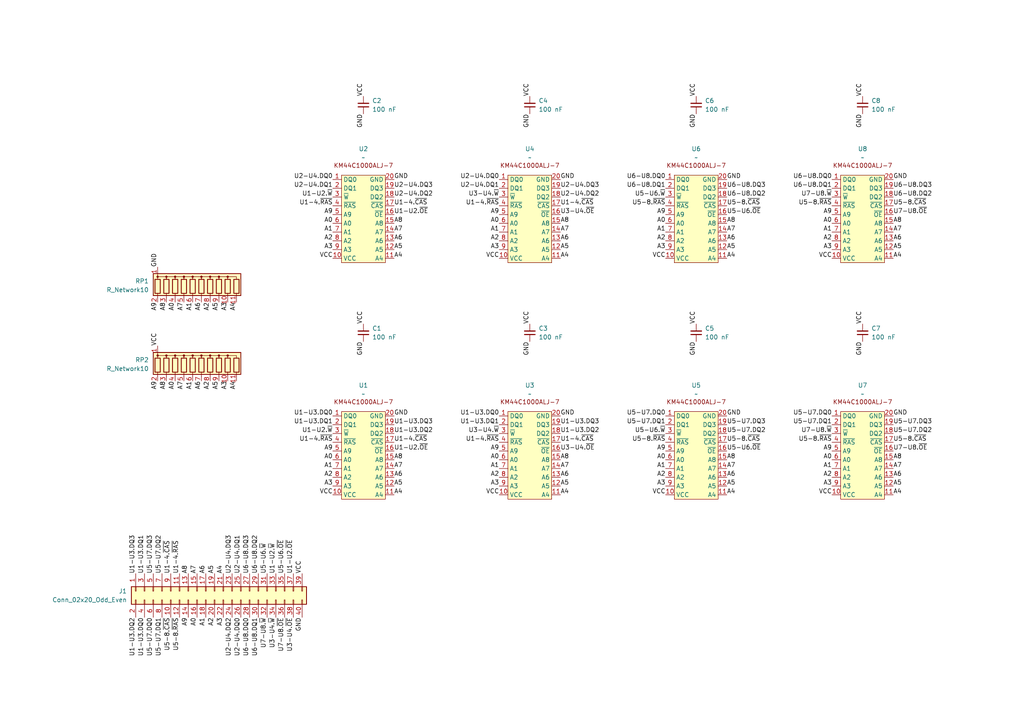
<source format=kicad_sch>
(kicad_sch
	(version 20250114)
	(generator "eeschema")
	(generator_version "9.0")
	(uuid "0829332b-5d3f-4fd1-8ec9-a7dd41203167")
	(paper "A4")
	(lib_symbols
		(symbol "!SMC:KM44C1000ALJ-7"
			(exclude_from_sim no)
			(in_bom yes)
			(on_board yes)
			(property "Reference" "U"
				(at 0 0 0)
				(effects
					(font
						(size 1.27 1.27)
					)
				)
			)
			(property "Value" ""
				(at 0 0 0)
				(effects
					(font
						(size 1.27 1.27)
					)
				)
			)
			(property "Footprint" ""
				(at 0 0 0)
				(effects
					(font
						(size 1.27 1.27)
					)
					(hide yes)
				)
			)
			(property "Datasheet" ""
				(at 0 0 0)
				(effects
					(font
						(size 1.27 1.27)
					)
					(hide yes)
				)
			)
			(property "Description" ""
				(at 0 0 0)
				(effects
					(font
						(size 1.27 1.27)
					)
					(hide yes)
				)
			)
			(symbol "KM44C1000ALJ-7_0_0"
				(pin bidirectional line
					(at -8.89 11.43 0)
					(length 2.54)
					(name "DQ0"
						(effects
							(font
								(size 1.27 1.27)
							)
						)
					)
					(number "1"
						(effects
							(font
								(size 1.27 1.27)
							)
						)
					)
				)
				(pin bidirectional line
					(at -8.89 8.89 0)
					(length 2.54)
					(name "DQ1"
						(effects
							(font
								(size 1.27 1.27)
							)
						)
					)
					(number "2"
						(effects
							(font
								(size 1.27 1.27)
							)
						)
					)
				)
				(pin input line
					(at -8.89 6.35 0)
					(length 2.54)
					(name "~{W}"
						(effects
							(font
								(size 1.27 1.27)
							)
						)
					)
					(number "3"
						(effects
							(font
								(size 1.27 1.27)
							)
						)
					)
				)
				(pin input line
					(at -8.89 3.81 0)
					(length 2.54)
					(name "~{RAS}"
						(effects
							(font
								(size 1.27 1.27)
							)
						)
					)
					(number "4"
						(effects
							(font
								(size 1.27 1.27)
							)
						)
					)
				)
				(pin input line
					(at -8.89 1.27 0)
					(length 2.54)
					(name "A9"
						(effects
							(font
								(size 1.27 1.27)
							)
						)
					)
					(number "5"
						(effects
							(font
								(size 1.27 1.27)
							)
						)
					)
				)
				(pin input line
					(at -8.89 -1.27 0)
					(length 2.54)
					(name "A0"
						(effects
							(font
								(size 1.27 1.27)
							)
						)
					)
					(number "6"
						(effects
							(font
								(size 1.27 1.27)
							)
						)
					)
				)
				(pin input line
					(at -8.89 -3.81 0)
					(length 2.54)
					(name "A1"
						(effects
							(font
								(size 1.27 1.27)
							)
						)
					)
					(number "7"
						(effects
							(font
								(size 1.27 1.27)
							)
						)
					)
				)
				(pin input line
					(at -8.89 -6.35 0)
					(length 2.54)
					(name "A2"
						(effects
							(font
								(size 1.27 1.27)
							)
						)
					)
					(number "8"
						(effects
							(font
								(size 1.27 1.27)
							)
						)
					)
				)
				(pin input line
					(at -8.89 -8.89 0)
					(length 2.54)
					(name "A3"
						(effects
							(font
								(size 1.27 1.27)
							)
						)
					)
					(number "9"
						(effects
							(font
								(size 1.27 1.27)
							)
						)
					)
				)
				(pin power_in line
					(at -8.89 -11.43 0)
					(length 2.54)
					(name "VCC"
						(effects
							(font
								(size 1.27 1.27)
							)
						)
					)
					(number "10"
						(effects
							(font
								(size 1.27 1.27)
							)
						)
					)
				)
				(pin power_in line
					(at 8.89 11.43 180)
					(length 2.54)
					(name "GND"
						(effects
							(font
								(size 1.27 1.27)
							)
						)
					)
					(number "20"
						(effects
							(font
								(size 1.27 1.27)
							)
						)
					)
				)
				(pin bidirectional line
					(at 8.89 8.89 180)
					(length 2.54)
					(name "DQ3"
						(effects
							(font
								(size 1.27 1.27)
							)
						)
					)
					(number "19"
						(effects
							(font
								(size 1.27 1.27)
							)
						)
					)
				)
				(pin bidirectional line
					(at 8.89 6.35 180)
					(length 2.54)
					(name "DQ2"
						(effects
							(font
								(size 1.27 1.27)
							)
						)
					)
					(number "18"
						(effects
							(font
								(size 1.27 1.27)
							)
						)
					)
				)
				(pin input line
					(at 8.89 3.81 180)
					(length 2.54)
					(name "~{CAS}"
						(effects
							(font
								(size 1.27 1.27)
							)
						)
					)
					(number "17"
						(effects
							(font
								(size 1.27 1.27)
							)
						)
					)
				)
				(pin input line
					(at 8.89 1.27 180)
					(length 2.54)
					(name "~{OE}"
						(effects
							(font
								(size 1.27 1.27)
							)
						)
					)
					(number "16"
						(effects
							(font
								(size 1.27 1.27)
							)
						)
					)
				)
				(pin input line
					(at 8.89 -1.27 180)
					(length 2.54)
					(name "A8"
						(effects
							(font
								(size 1.27 1.27)
							)
						)
					)
					(number "15"
						(effects
							(font
								(size 1.27 1.27)
							)
						)
					)
				)
				(pin input line
					(at 8.89 -3.81 180)
					(length 2.54)
					(name "A7"
						(effects
							(font
								(size 1.27 1.27)
							)
						)
					)
					(number "14"
						(effects
							(font
								(size 1.27 1.27)
							)
						)
					)
				)
				(pin input line
					(at 8.89 -6.35 180)
					(length 2.54)
					(name "A6"
						(effects
							(font
								(size 1.27 1.27)
							)
						)
					)
					(number "13"
						(effects
							(font
								(size 1.27 1.27)
							)
						)
					)
				)
				(pin input line
					(at 8.89 -8.89 180)
					(length 2.54)
					(name "A5"
						(effects
							(font
								(size 1.27 1.27)
							)
						)
					)
					(number "12"
						(effects
							(font
								(size 1.27 1.27)
							)
						)
					)
				)
				(pin input line
					(at 8.89 -11.43 180)
					(length 2.54)
					(name "A4"
						(effects
							(font
								(size 1.27 1.27)
							)
						)
					)
					(number "11"
						(effects
							(font
								(size 1.27 1.27)
							)
						)
					)
				)
			)
			(symbol "KM44C1000ALJ-7_1_1"
				(rectangle
					(start -6.35 12.7)
					(end 6.35 -12.7)
					(stroke
						(width 0)
						(type solid)
					)
					(fill
						(type background)
					)
				)
				(text "KM44C1000ALJ-7"
					(at 0 15.494 0)
					(effects
						(font
							(size 1.27 1.27)
						)
					)
				)
			)
			(embedded_fonts no)
		)
		(symbol "Connector_Generic:Conn_02x20_Odd_Even"
			(pin_names
				(offset 1.016)
				(hide yes)
			)
			(exclude_from_sim no)
			(in_bom yes)
			(on_board yes)
			(property "Reference" "J"
				(at 1.27 25.4 0)
				(effects
					(font
						(size 1.27 1.27)
					)
				)
			)
			(property "Value" "Conn_02x20_Odd_Even"
				(at 1.27 -27.94 0)
				(effects
					(font
						(size 1.27 1.27)
					)
				)
			)
			(property "Footprint" ""
				(at 0 0 0)
				(effects
					(font
						(size 1.27 1.27)
					)
					(hide yes)
				)
			)
			(property "Datasheet" "~"
				(at 0 0 0)
				(effects
					(font
						(size 1.27 1.27)
					)
					(hide yes)
				)
			)
			(property "Description" "Generic connector, double row, 02x20, odd/even pin numbering scheme (row 1 odd numbers, row 2 even numbers), script generated (kicad-library-utils/schlib/autogen/connector/)"
				(at 0 0 0)
				(effects
					(font
						(size 1.27 1.27)
					)
					(hide yes)
				)
			)
			(property "ki_keywords" "connector"
				(at 0 0 0)
				(effects
					(font
						(size 1.27 1.27)
					)
					(hide yes)
				)
			)
			(property "ki_fp_filters" "Connector*:*_2x??_*"
				(at 0 0 0)
				(effects
					(font
						(size 1.27 1.27)
					)
					(hide yes)
				)
			)
			(symbol "Conn_02x20_Odd_Even_1_1"
				(rectangle
					(start -1.27 24.13)
					(end 3.81 -26.67)
					(stroke
						(width 0.254)
						(type default)
					)
					(fill
						(type background)
					)
				)
				(rectangle
					(start -1.27 22.987)
					(end 0 22.733)
					(stroke
						(width 0.1524)
						(type default)
					)
					(fill
						(type none)
					)
				)
				(rectangle
					(start -1.27 20.447)
					(end 0 20.193)
					(stroke
						(width 0.1524)
						(type default)
					)
					(fill
						(type none)
					)
				)
				(rectangle
					(start -1.27 17.907)
					(end 0 17.653)
					(stroke
						(width 0.1524)
						(type default)
					)
					(fill
						(type none)
					)
				)
				(rectangle
					(start -1.27 15.367)
					(end 0 15.113)
					(stroke
						(width 0.1524)
						(type default)
					)
					(fill
						(type none)
					)
				)
				(rectangle
					(start -1.27 12.827)
					(end 0 12.573)
					(stroke
						(width 0.1524)
						(type default)
					)
					(fill
						(type none)
					)
				)
				(rectangle
					(start -1.27 10.287)
					(end 0 10.033)
					(stroke
						(width 0.1524)
						(type default)
					)
					(fill
						(type none)
					)
				)
				(rectangle
					(start -1.27 7.747)
					(end 0 7.493)
					(stroke
						(width 0.1524)
						(type default)
					)
					(fill
						(type none)
					)
				)
				(rectangle
					(start -1.27 5.207)
					(end 0 4.953)
					(stroke
						(width 0.1524)
						(type default)
					)
					(fill
						(type none)
					)
				)
				(rectangle
					(start -1.27 2.667)
					(end 0 2.413)
					(stroke
						(width 0.1524)
						(type default)
					)
					(fill
						(type none)
					)
				)
				(rectangle
					(start -1.27 0.127)
					(end 0 -0.127)
					(stroke
						(width 0.1524)
						(type default)
					)
					(fill
						(type none)
					)
				)
				(rectangle
					(start -1.27 -2.413)
					(end 0 -2.667)
					(stroke
						(width 0.1524)
						(type default)
					)
					(fill
						(type none)
					)
				)
				(rectangle
					(start -1.27 -4.953)
					(end 0 -5.207)
					(stroke
						(width 0.1524)
						(type default)
					)
					(fill
						(type none)
					)
				)
				(rectangle
					(start -1.27 -7.493)
					(end 0 -7.747)
					(stroke
						(width 0.1524)
						(type default)
					)
					(fill
						(type none)
					)
				)
				(rectangle
					(start -1.27 -10.033)
					(end 0 -10.287)
					(stroke
						(width 0.1524)
						(type default)
					)
					(fill
						(type none)
					)
				)
				(rectangle
					(start -1.27 -12.573)
					(end 0 -12.827)
					(stroke
						(width 0.1524)
						(type default)
					)
					(fill
						(type none)
					)
				)
				(rectangle
					(start -1.27 -15.113)
					(end 0 -15.367)
					(stroke
						(width 0.1524)
						(type default)
					)
					(fill
						(type none)
					)
				)
				(rectangle
					(start -1.27 -17.653)
					(end 0 -17.907)
					(stroke
						(width 0.1524)
						(type default)
					)
					(fill
						(type none)
					)
				)
				(rectangle
					(start -1.27 -20.193)
					(end 0 -20.447)
					(stroke
						(width 0.1524)
						(type default)
					)
					(fill
						(type none)
					)
				)
				(rectangle
					(start -1.27 -22.733)
					(end 0 -22.987)
					(stroke
						(width 0.1524)
						(type default)
					)
					(fill
						(type none)
					)
				)
				(rectangle
					(start -1.27 -25.273)
					(end 0 -25.527)
					(stroke
						(width 0.1524)
						(type default)
					)
					(fill
						(type none)
					)
				)
				(rectangle
					(start 3.81 22.987)
					(end 2.54 22.733)
					(stroke
						(width 0.1524)
						(type default)
					)
					(fill
						(type none)
					)
				)
				(rectangle
					(start 3.81 20.447)
					(end 2.54 20.193)
					(stroke
						(width 0.1524)
						(type default)
					)
					(fill
						(type none)
					)
				)
				(rectangle
					(start 3.81 17.907)
					(end 2.54 17.653)
					(stroke
						(width 0.1524)
						(type default)
					)
					(fill
						(type none)
					)
				)
				(rectangle
					(start 3.81 15.367)
					(end 2.54 15.113)
					(stroke
						(width 0.1524)
						(type default)
					)
					(fill
						(type none)
					)
				)
				(rectangle
					(start 3.81 12.827)
					(end 2.54 12.573)
					(stroke
						(width 0.1524)
						(type default)
					)
					(fill
						(type none)
					)
				)
				(rectangle
					(start 3.81 10.287)
					(end 2.54 10.033)
					(stroke
						(width 0.1524)
						(type default)
					)
					(fill
						(type none)
					)
				)
				(rectangle
					(start 3.81 7.747)
					(end 2.54 7.493)
					(stroke
						(width 0.1524)
						(type default)
					)
					(fill
						(type none)
					)
				)
				(rectangle
					(start 3.81 5.207)
					(end 2.54 4.953)
					(stroke
						(width 0.1524)
						(type default)
					)
					(fill
						(type none)
					)
				)
				(rectangle
					(start 3.81 2.667)
					(end 2.54 2.413)
					(stroke
						(width 0.1524)
						(type default)
					)
					(fill
						(type none)
					)
				)
				(rectangle
					(start 3.81 0.127)
					(end 2.54 -0.127)
					(stroke
						(width 0.1524)
						(type default)
					)
					(fill
						(type none)
					)
				)
				(rectangle
					(start 3.81 -2.413)
					(end 2.54 -2.667)
					(stroke
						(width 0.1524)
						(type default)
					)
					(fill
						(type none)
					)
				)
				(rectangle
					(start 3.81 -4.953)
					(end 2.54 -5.207)
					(stroke
						(width 0.1524)
						(type default)
					)
					(fill
						(type none)
					)
				)
				(rectangle
					(start 3.81 -7.493)
					(end 2.54 -7.747)
					(stroke
						(width 0.1524)
						(type default)
					)
					(fill
						(type none)
					)
				)
				(rectangle
					(start 3.81 -10.033)
					(end 2.54 -10.287)
					(stroke
						(width 0.1524)
						(type default)
					)
					(fill
						(type none)
					)
				)
				(rectangle
					(start 3.81 -12.573)
					(end 2.54 -12.827)
					(stroke
						(width 0.1524)
						(type default)
					)
					(fill
						(type none)
					)
				)
				(rectangle
					(start 3.81 -15.113)
					(end 2.54 -15.367)
					(stroke
						(width 0.1524)
						(type default)
					)
					(fill
						(type none)
					)
				)
				(rectangle
					(start 3.81 -17.653)
					(end 2.54 -17.907)
					(stroke
						(width 0.1524)
						(type default)
					)
					(fill
						(type none)
					)
				)
				(rectangle
					(start 3.81 -20.193)
					(end 2.54 -20.447)
					(stroke
						(width 0.1524)
						(type default)
					)
					(fill
						(type none)
					)
				)
				(rectangle
					(start 3.81 -22.733)
					(end 2.54 -22.987)
					(stroke
						(width 0.1524)
						(type default)
					)
					(fill
						(type none)
					)
				)
				(rectangle
					(start 3.81 -25.273)
					(end 2.54 -25.527)
					(stroke
						(width 0.1524)
						(type default)
					)
					(fill
						(type none)
					)
				)
				(pin passive line
					(at -5.08 22.86 0)
					(length 3.81)
					(name "Pin_1"
						(effects
							(font
								(size 1.27 1.27)
							)
						)
					)
					(number "1"
						(effects
							(font
								(size 1.27 1.27)
							)
						)
					)
				)
				(pin passive line
					(at -5.08 20.32 0)
					(length 3.81)
					(name "Pin_3"
						(effects
							(font
								(size 1.27 1.27)
							)
						)
					)
					(number "3"
						(effects
							(font
								(size 1.27 1.27)
							)
						)
					)
				)
				(pin passive line
					(at -5.08 17.78 0)
					(length 3.81)
					(name "Pin_5"
						(effects
							(font
								(size 1.27 1.27)
							)
						)
					)
					(number "5"
						(effects
							(font
								(size 1.27 1.27)
							)
						)
					)
				)
				(pin passive line
					(at -5.08 15.24 0)
					(length 3.81)
					(name "Pin_7"
						(effects
							(font
								(size 1.27 1.27)
							)
						)
					)
					(number "7"
						(effects
							(font
								(size 1.27 1.27)
							)
						)
					)
				)
				(pin passive line
					(at -5.08 12.7 0)
					(length 3.81)
					(name "Pin_9"
						(effects
							(font
								(size 1.27 1.27)
							)
						)
					)
					(number "9"
						(effects
							(font
								(size 1.27 1.27)
							)
						)
					)
				)
				(pin passive line
					(at -5.08 10.16 0)
					(length 3.81)
					(name "Pin_11"
						(effects
							(font
								(size 1.27 1.27)
							)
						)
					)
					(number "11"
						(effects
							(font
								(size 1.27 1.27)
							)
						)
					)
				)
				(pin passive line
					(at -5.08 7.62 0)
					(length 3.81)
					(name "Pin_13"
						(effects
							(font
								(size 1.27 1.27)
							)
						)
					)
					(number "13"
						(effects
							(font
								(size 1.27 1.27)
							)
						)
					)
				)
				(pin passive line
					(at -5.08 5.08 0)
					(length 3.81)
					(name "Pin_15"
						(effects
							(font
								(size 1.27 1.27)
							)
						)
					)
					(number "15"
						(effects
							(font
								(size 1.27 1.27)
							)
						)
					)
				)
				(pin passive line
					(at -5.08 2.54 0)
					(length 3.81)
					(name "Pin_17"
						(effects
							(font
								(size 1.27 1.27)
							)
						)
					)
					(number "17"
						(effects
							(font
								(size 1.27 1.27)
							)
						)
					)
				)
				(pin passive line
					(at -5.08 0 0)
					(length 3.81)
					(name "Pin_19"
						(effects
							(font
								(size 1.27 1.27)
							)
						)
					)
					(number "19"
						(effects
							(font
								(size 1.27 1.27)
							)
						)
					)
				)
				(pin passive line
					(at -5.08 -2.54 0)
					(length 3.81)
					(name "Pin_21"
						(effects
							(font
								(size 1.27 1.27)
							)
						)
					)
					(number "21"
						(effects
							(font
								(size 1.27 1.27)
							)
						)
					)
				)
				(pin passive line
					(at -5.08 -5.08 0)
					(length 3.81)
					(name "Pin_23"
						(effects
							(font
								(size 1.27 1.27)
							)
						)
					)
					(number "23"
						(effects
							(font
								(size 1.27 1.27)
							)
						)
					)
				)
				(pin passive line
					(at -5.08 -7.62 0)
					(length 3.81)
					(name "Pin_25"
						(effects
							(font
								(size 1.27 1.27)
							)
						)
					)
					(number "25"
						(effects
							(font
								(size 1.27 1.27)
							)
						)
					)
				)
				(pin passive line
					(at -5.08 -10.16 0)
					(length 3.81)
					(name "Pin_27"
						(effects
							(font
								(size 1.27 1.27)
							)
						)
					)
					(number "27"
						(effects
							(font
								(size 1.27 1.27)
							)
						)
					)
				)
				(pin passive line
					(at -5.08 -12.7 0)
					(length 3.81)
					(name "Pin_29"
						(effects
							(font
								(size 1.27 1.27)
							)
						)
					)
					(number "29"
						(effects
							(font
								(size 1.27 1.27)
							)
						)
					)
				)
				(pin passive line
					(at -5.08 -15.24 0)
					(length 3.81)
					(name "Pin_31"
						(effects
							(font
								(size 1.27 1.27)
							)
						)
					)
					(number "31"
						(effects
							(font
								(size 1.27 1.27)
							)
						)
					)
				)
				(pin passive line
					(at -5.08 -17.78 0)
					(length 3.81)
					(name "Pin_33"
						(effects
							(font
								(size 1.27 1.27)
							)
						)
					)
					(number "33"
						(effects
							(font
								(size 1.27 1.27)
							)
						)
					)
				)
				(pin passive line
					(at -5.08 -20.32 0)
					(length 3.81)
					(name "Pin_35"
						(effects
							(font
								(size 1.27 1.27)
							)
						)
					)
					(number "35"
						(effects
							(font
								(size 1.27 1.27)
							)
						)
					)
				)
				(pin passive line
					(at -5.08 -22.86 0)
					(length 3.81)
					(name "Pin_37"
						(effects
							(font
								(size 1.27 1.27)
							)
						)
					)
					(number "37"
						(effects
							(font
								(size 1.27 1.27)
							)
						)
					)
				)
				(pin passive line
					(at -5.08 -25.4 0)
					(length 3.81)
					(name "Pin_39"
						(effects
							(font
								(size 1.27 1.27)
							)
						)
					)
					(number "39"
						(effects
							(font
								(size 1.27 1.27)
							)
						)
					)
				)
				(pin passive line
					(at 7.62 22.86 180)
					(length 3.81)
					(name "Pin_2"
						(effects
							(font
								(size 1.27 1.27)
							)
						)
					)
					(number "2"
						(effects
							(font
								(size 1.27 1.27)
							)
						)
					)
				)
				(pin passive line
					(at 7.62 20.32 180)
					(length 3.81)
					(name "Pin_4"
						(effects
							(font
								(size 1.27 1.27)
							)
						)
					)
					(number "4"
						(effects
							(font
								(size 1.27 1.27)
							)
						)
					)
				)
				(pin passive line
					(at 7.62 17.78 180)
					(length 3.81)
					(name "Pin_6"
						(effects
							(font
								(size 1.27 1.27)
							)
						)
					)
					(number "6"
						(effects
							(font
								(size 1.27 1.27)
							)
						)
					)
				)
				(pin passive line
					(at 7.62 15.24 180)
					(length 3.81)
					(name "Pin_8"
						(effects
							(font
								(size 1.27 1.27)
							)
						)
					)
					(number "8"
						(effects
							(font
								(size 1.27 1.27)
							)
						)
					)
				)
				(pin passive line
					(at 7.62 12.7 180)
					(length 3.81)
					(name "Pin_10"
						(effects
							(font
								(size 1.27 1.27)
							)
						)
					)
					(number "10"
						(effects
							(font
								(size 1.27 1.27)
							)
						)
					)
				)
				(pin passive line
					(at 7.62 10.16 180)
					(length 3.81)
					(name "Pin_12"
						(effects
							(font
								(size 1.27 1.27)
							)
						)
					)
					(number "12"
						(effects
							(font
								(size 1.27 1.27)
							)
						)
					)
				)
				(pin passive line
					(at 7.62 7.62 180)
					(length 3.81)
					(name "Pin_14"
						(effects
							(font
								(size 1.27 1.27)
							)
						)
					)
					(number "14"
						(effects
							(font
								(size 1.27 1.27)
							)
						)
					)
				)
				(pin passive line
					(at 7.62 5.08 180)
					(length 3.81)
					(name "Pin_16"
						(effects
							(font
								(size 1.27 1.27)
							)
						)
					)
					(number "16"
						(effects
							(font
								(size 1.27 1.27)
							)
						)
					)
				)
				(pin passive line
					(at 7.62 2.54 180)
					(length 3.81)
					(name "Pin_18"
						(effects
							(font
								(size 1.27 1.27)
							)
						)
					)
					(number "18"
						(effects
							(font
								(size 1.27 1.27)
							)
						)
					)
				)
				(pin passive line
					(at 7.62 0 180)
					(length 3.81)
					(name "Pin_20"
						(effects
							(font
								(size 1.27 1.27)
							)
						)
					)
					(number "20"
						(effects
							(font
								(size 1.27 1.27)
							)
						)
					)
				)
				(pin passive line
					(at 7.62 -2.54 180)
					(length 3.81)
					(name "Pin_22"
						(effects
							(font
								(size 1.27 1.27)
							)
						)
					)
					(number "22"
						(effects
							(font
								(size 1.27 1.27)
							)
						)
					)
				)
				(pin passive line
					(at 7.62 -5.08 180)
					(length 3.81)
					(name "Pin_24"
						(effects
							(font
								(size 1.27 1.27)
							)
						)
					)
					(number "24"
						(effects
							(font
								(size 1.27 1.27)
							)
						)
					)
				)
				(pin passive line
					(at 7.62 -7.62 180)
					(length 3.81)
					(name "Pin_26"
						(effects
							(font
								(size 1.27 1.27)
							)
						)
					)
					(number "26"
						(effects
							(font
								(size 1.27 1.27)
							)
						)
					)
				)
				(pin passive line
					(at 7.62 -10.16 180)
					(length 3.81)
					(name "Pin_28"
						(effects
							(font
								(size 1.27 1.27)
							)
						)
					)
					(number "28"
						(effects
							(font
								(size 1.27 1.27)
							)
						)
					)
				)
				(pin passive line
					(at 7.62 -12.7 180)
					(length 3.81)
					(name "Pin_30"
						(effects
							(font
								(size 1.27 1.27)
							)
						)
					)
					(number "30"
						(effects
							(font
								(size 1.27 1.27)
							)
						)
					)
				)
				(pin passive line
					(at 7.62 -15.24 180)
					(length 3.81)
					(name "Pin_32"
						(effects
							(font
								(size 1.27 1.27)
							)
						)
					)
					(number "32"
						(effects
							(font
								(size 1.27 1.27)
							)
						)
					)
				)
				(pin passive line
					(at 7.62 -17.78 180)
					(length 3.81)
					(name "Pin_34"
						(effects
							(font
								(size 1.27 1.27)
							)
						)
					)
					(number "34"
						(effects
							(font
								(size 1.27 1.27)
							)
						)
					)
				)
				(pin passive line
					(at 7.62 -20.32 180)
					(length 3.81)
					(name "Pin_36"
						(effects
							(font
								(size 1.27 1.27)
							)
						)
					)
					(number "36"
						(effects
							(font
								(size 1.27 1.27)
							)
						)
					)
				)
				(pin passive line
					(at 7.62 -22.86 180)
					(length 3.81)
					(name "Pin_38"
						(effects
							(font
								(size 1.27 1.27)
							)
						)
					)
					(number "38"
						(effects
							(font
								(size 1.27 1.27)
							)
						)
					)
				)
				(pin passive line
					(at 7.62 -25.4 180)
					(length 3.81)
					(name "Pin_40"
						(effects
							(font
								(size 1.27 1.27)
							)
						)
					)
					(number "40"
						(effects
							(font
								(size 1.27 1.27)
							)
						)
					)
				)
			)
			(embedded_fonts no)
		)
		(symbol "Device:C_Small"
			(pin_numbers
				(hide yes)
			)
			(pin_names
				(offset 0.254)
				(hide yes)
			)
			(exclude_from_sim no)
			(in_bom yes)
			(on_board yes)
			(property "Reference" "C"
				(at 0.254 1.778 0)
				(effects
					(font
						(size 1.27 1.27)
					)
					(justify left)
				)
			)
			(property "Value" "C_Small"
				(at 0.254 -2.032 0)
				(effects
					(font
						(size 1.27 1.27)
					)
					(justify left)
				)
			)
			(property "Footprint" ""
				(at 0 0 0)
				(effects
					(font
						(size 1.27 1.27)
					)
					(hide yes)
				)
			)
			(property "Datasheet" "~"
				(at 0 0 0)
				(effects
					(font
						(size 1.27 1.27)
					)
					(hide yes)
				)
			)
			(property "Description" "Unpolarized capacitor, small symbol"
				(at 0 0 0)
				(effects
					(font
						(size 1.27 1.27)
					)
					(hide yes)
				)
			)
			(property "ki_keywords" "capacitor cap"
				(at 0 0 0)
				(effects
					(font
						(size 1.27 1.27)
					)
					(hide yes)
				)
			)
			(property "ki_fp_filters" "C_*"
				(at 0 0 0)
				(effects
					(font
						(size 1.27 1.27)
					)
					(hide yes)
				)
			)
			(symbol "C_Small_0_1"
				(polyline
					(pts
						(xy -1.524 0.508) (xy 1.524 0.508)
					)
					(stroke
						(width 0.3048)
						(type default)
					)
					(fill
						(type none)
					)
				)
				(polyline
					(pts
						(xy -1.524 -0.508) (xy 1.524 -0.508)
					)
					(stroke
						(width 0.3302)
						(type default)
					)
					(fill
						(type none)
					)
				)
			)
			(symbol "C_Small_1_1"
				(pin passive line
					(at 0 2.54 270)
					(length 2.032)
					(name "~"
						(effects
							(font
								(size 1.27 1.27)
							)
						)
					)
					(number "1"
						(effects
							(font
								(size 1.27 1.27)
							)
						)
					)
				)
				(pin passive line
					(at 0 -2.54 90)
					(length 2.032)
					(name "~"
						(effects
							(font
								(size 1.27 1.27)
							)
						)
					)
					(number "2"
						(effects
							(font
								(size 1.27 1.27)
							)
						)
					)
				)
			)
			(embedded_fonts no)
		)
		(symbol "Device:R_Network10"
			(pin_names
				(offset 0)
				(hide yes)
			)
			(exclude_from_sim no)
			(in_bom yes)
			(on_board yes)
			(property "Reference" "RN"
				(at -15.24 0 90)
				(effects
					(font
						(size 1.27 1.27)
					)
				)
			)
			(property "Value" "R_Network10"
				(at 12.7 0 90)
				(effects
					(font
						(size 1.27 1.27)
					)
				)
			)
			(property "Footprint" "Resistor_THT:R_Array_SIP11"
				(at 14.605 0 90)
				(effects
					(font
						(size 1.27 1.27)
					)
					(hide yes)
				)
			)
			(property "Datasheet" "http://www.vishay.com/docs/31509/csc.pdf"
				(at 0 0 0)
				(effects
					(font
						(size 1.27 1.27)
					)
					(hide yes)
				)
			)
			(property "Description" "10 resistor network, star topology, bussed resistors, small symbol"
				(at 0 0 0)
				(effects
					(font
						(size 1.27 1.27)
					)
					(hide yes)
				)
			)
			(property "ki_keywords" "R network star-topology"
				(at 0 0 0)
				(effects
					(font
						(size 1.27 1.27)
					)
					(hide yes)
				)
			)
			(property "ki_fp_filters" "R?Array?SIP*"
				(at 0 0 0)
				(effects
					(font
						(size 1.27 1.27)
					)
					(hide yes)
				)
			)
			(symbol "R_Network10_0_1"
				(rectangle
					(start -13.97 -3.175)
					(end 11.43 3.175)
					(stroke
						(width 0.254)
						(type default)
					)
					(fill
						(type background)
					)
				)
				(rectangle
					(start -13.462 1.524)
					(end -11.938 -2.54)
					(stroke
						(width 0.254)
						(type default)
					)
					(fill
						(type none)
					)
				)
				(circle
					(center -12.7 2.286)
					(radius 0.254)
					(stroke
						(width 0)
						(type default)
					)
					(fill
						(type outline)
					)
				)
				(polyline
					(pts
						(xy -12.7 1.524) (xy -12.7 2.286) (xy -10.16 2.286) (xy -10.16 1.524)
					)
					(stroke
						(width 0)
						(type default)
					)
					(fill
						(type none)
					)
				)
				(polyline
					(pts
						(xy -12.7 -2.54) (xy -12.7 -3.81)
					)
					(stroke
						(width 0)
						(type default)
					)
					(fill
						(type none)
					)
				)
				(rectangle
					(start -10.922 1.524)
					(end -9.398 -2.54)
					(stroke
						(width 0.254)
						(type default)
					)
					(fill
						(type none)
					)
				)
				(circle
					(center -10.16 2.286)
					(radius 0.254)
					(stroke
						(width 0)
						(type default)
					)
					(fill
						(type outline)
					)
				)
				(polyline
					(pts
						(xy -10.16 1.524) (xy -10.16 2.286) (xy -7.62 2.286) (xy -7.62 1.524)
					)
					(stroke
						(width 0)
						(type default)
					)
					(fill
						(type none)
					)
				)
				(polyline
					(pts
						(xy -10.16 -2.54) (xy -10.16 -3.81)
					)
					(stroke
						(width 0)
						(type default)
					)
					(fill
						(type none)
					)
				)
				(rectangle
					(start -8.382 1.524)
					(end -6.858 -2.54)
					(stroke
						(width 0.254)
						(type default)
					)
					(fill
						(type none)
					)
				)
				(circle
					(center -7.62 2.286)
					(radius 0.254)
					(stroke
						(width 0)
						(type default)
					)
					(fill
						(type outline)
					)
				)
				(polyline
					(pts
						(xy -7.62 1.524) (xy -7.62 2.286) (xy -5.08 2.286) (xy -5.08 1.524)
					)
					(stroke
						(width 0)
						(type default)
					)
					(fill
						(type none)
					)
				)
				(polyline
					(pts
						(xy -7.62 -2.54) (xy -7.62 -3.81)
					)
					(stroke
						(width 0)
						(type default)
					)
					(fill
						(type none)
					)
				)
				(rectangle
					(start -5.842 1.524)
					(end -4.318 -2.54)
					(stroke
						(width 0.254)
						(type default)
					)
					(fill
						(type none)
					)
				)
				(circle
					(center -5.08 2.286)
					(radius 0.254)
					(stroke
						(width 0)
						(type default)
					)
					(fill
						(type outline)
					)
				)
				(polyline
					(pts
						(xy -5.08 1.524) (xy -5.08 2.286) (xy -2.54 2.286) (xy -2.54 1.524)
					)
					(stroke
						(width 0)
						(type default)
					)
					(fill
						(type none)
					)
				)
				(polyline
					(pts
						(xy -5.08 -2.54) (xy -5.08 -3.81)
					)
					(stroke
						(width 0)
						(type default)
					)
					(fill
						(type none)
					)
				)
				(rectangle
					(start -3.302 1.524)
					(end -1.778 -2.54)
					(stroke
						(width 0.254)
						(type default)
					)
					(fill
						(type none)
					)
				)
				(circle
					(center -2.54 2.286)
					(radius 0.254)
					(stroke
						(width 0)
						(type default)
					)
					(fill
						(type outline)
					)
				)
				(polyline
					(pts
						(xy -2.54 1.524) (xy -2.54 2.286) (xy 0 2.286) (xy 0 1.524)
					)
					(stroke
						(width 0)
						(type default)
					)
					(fill
						(type none)
					)
				)
				(polyline
					(pts
						(xy -2.54 -2.54) (xy -2.54 -3.81)
					)
					(stroke
						(width 0)
						(type default)
					)
					(fill
						(type none)
					)
				)
				(rectangle
					(start -0.762 1.524)
					(end 0.762 -2.54)
					(stroke
						(width 0.254)
						(type default)
					)
					(fill
						(type none)
					)
				)
				(circle
					(center 0 2.286)
					(radius 0.254)
					(stroke
						(width 0)
						(type default)
					)
					(fill
						(type outline)
					)
				)
				(polyline
					(pts
						(xy 0 1.524) (xy 0 2.286) (xy 2.54 2.286) (xy 2.54 1.524)
					)
					(stroke
						(width 0)
						(type default)
					)
					(fill
						(type none)
					)
				)
				(polyline
					(pts
						(xy 0 -2.54) (xy 0 -3.81)
					)
					(stroke
						(width 0)
						(type default)
					)
					(fill
						(type none)
					)
				)
				(rectangle
					(start 1.778 1.524)
					(end 3.302 -2.54)
					(stroke
						(width 0.254)
						(type default)
					)
					(fill
						(type none)
					)
				)
				(circle
					(center 2.54 2.286)
					(radius 0.254)
					(stroke
						(width 0)
						(type default)
					)
					(fill
						(type outline)
					)
				)
				(polyline
					(pts
						(xy 2.54 1.524) (xy 2.54 2.286) (xy 5.08 2.286) (xy 5.08 1.524)
					)
					(stroke
						(width 0)
						(type default)
					)
					(fill
						(type none)
					)
				)
				(polyline
					(pts
						(xy 2.54 -2.54) (xy 2.54 -3.81)
					)
					(stroke
						(width 0)
						(type default)
					)
					(fill
						(type none)
					)
				)
				(rectangle
					(start 4.318 1.524)
					(end 5.842 -2.54)
					(stroke
						(width 0.254)
						(type default)
					)
					(fill
						(type none)
					)
				)
				(circle
					(center 5.08 2.286)
					(radius 0.254)
					(stroke
						(width 0)
						(type default)
					)
					(fill
						(type outline)
					)
				)
				(polyline
					(pts
						(xy 5.08 1.524) (xy 5.08 2.286) (xy 7.62 2.286) (xy 7.62 1.524)
					)
					(stroke
						(width 0)
						(type default)
					)
					(fill
						(type none)
					)
				)
				(polyline
					(pts
						(xy 5.08 -2.54) (xy 5.08 -3.81)
					)
					(stroke
						(width 0)
						(type default)
					)
					(fill
						(type none)
					)
				)
				(rectangle
					(start 6.858 1.524)
					(end 8.382 -2.54)
					(stroke
						(width 0.254)
						(type default)
					)
					(fill
						(type none)
					)
				)
				(circle
					(center 7.62 2.286)
					(radius 0.254)
					(stroke
						(width 0)
						(type default)
					)
					(fill
						(type outline)
					)
				)
				(polyline
					(pts
						(xy 7.62 1.524) (xy 7.62 2.286) (xy 10.16 2.286) (xy 10.16 1.524)
					)
					(stroke
						(width 0)
						(type default)
					)
					(fill
						(type none)
					)
				)
				(polyline
					(pts
						(xy 7.62 -2.54) (xy 7.62 -3.81)
					)
					(stroke
						(width 0)
						(type default)
					)
					(fill
						(type none)
					)
				)
				(rectangle
					(start 9.398 1.524)
					(end 10.922 -2.54)
					(stroke
						(width 0.254)
						(type default)
					)
					(fill
						(type none)
					)
				)
				(polyline
					(pts
						(xy 10.16 -2.54) (xy 10.16 -3.81)
					)
					(stroke
						(width 0)
						(type default)
					)
					(fill
						(type none)
					)
				)
			)
			(symbol "R_Network10_1_1"
				(pin passive line
					(at -12.7 5.08 270)
					(length 2.54)
					(name "common"
						(effects
							(font
								(size 1.27 1.27)
							)
						)
					)
					(number "1"
						(effects
							(font
								(size 1.27 1.27)
							)
						)
					)
				)
				(pin passive line
					(at -12.7 -5.08 90)
					(length 1.27)
					(name "R1"
						(effects
							(font
								(size 1.27 1.27)
							)
						)
					)
					(number "2"
						(effects
							(font
								(size 1.27 1.27)
							)
						)
					)
				)
				(pin passive line
					(at -10.16 -5.08 90)
					(length 1.27)
					(name "R2"
						(effects
							(font
								(size 1.27 1.27)
							)
						)
					)
					(number "3"
						(effects
							(font
								(size 1.27 1.27)
							)
						)
					)
				)
				(pin passive line
					(at -7.62 -5.08 90)
					(length 1.27)
					(name "R3"
						(effects
							(font
								(size 1.27 1.27)
							)
						)
					)
					(number "4"
						(effects
							(font
								(size 1.27 1.27)
							)
						)
					)
				)
				(pin passive line
					(at -5.08 -5.08 90)
					(length 1.27)
					(name "R4"
						(effects
							(font
								(size 1.27 1.27)
							)
						)
					)
					(number "5"
						(effects
							(font
								(size 1.27 1.27)
							)
						)
					)
				)
				(pin passive line
					(at -2.54 -5.08 90)
					(length 1.27)
					(name "R5"
						(effects
							(font
								(size 1.27 1.27)
							)
						)
					)
					(number "6"
						(effects
							(font
								(size 1.27 1.27)
							)
						)
					)
				)
				(pin passive line
					(at 0 -5.08 90)
					(length 1.27)
					(name "R6"
						(effects
							(font
								(size 1.27 1.27)
							)
						)
					)
					(number "7"
						(effects
							(font
								(size 1.27 1.27)
							)
						)
					)
				)
				(pin passive line
					(at 2.54 -5.08 90)
					(length 1.27)
					(name "R7"
						(effects
							(font
								(size 1.27 1.27)
							)
						)
					)
					(number "8"
						(effects
							(font
								(size 1.27 1.27)
							)
						)
					)
				)
				(pin passive line
					(at 5.08 -5.08 90)
					(length 1.27)
					(name "R8"
						(effects
							(font
								(size 1.27 1.27)
							)
						)
					)
					(number "9"
						(effects
							(font
								(size 1.27 1.27)
							)
						)
					)
				)
				(pin passive line
					(at 7.62 -5.08 90)
					(length 1.27)
					(name "R9"
						(effects
							(font
								(size 1.27 1.27)
							)
						)
					)
					(number "10"
						(effects
							(font
								(size 1.27 1.27)
							)
						)
					)
				)
				(pin passive line
					(at 10.16 -5.08 90)
					(length 1.27)
					(name "R10"
						(effects
							(font
								(size 1.27 1.27)
							)
						)
					)
					(number "11"
						(effects
							(font
								(size 1.27 1.27)
							)
						)
					)
				)
			)
			(embedded_fonts no)
		)
	)
	(label "A4"
		(at 210.82 74.93 0)
		(effects
			(font
				(size 1.27 1.27)
			)
			(justify left bottom)
		)
		(uuid "007a1fd0-d08d-4afb-986c-d4c993075a3e")
	)
	(label "A1"
		(at 193.04 67.31 180)
		(effects
			(font
				(size 1.27 1.27)
			)
			(justify right bottom)
		)
		(uuid "00bd037a-68d7-4c2b-bb23-b5cadf3d9e9d")
	)
	(label "A4"
		(at 162.56 74.93 0)
		(effects
			(font
				(size 1.27 1.27)
			)
			(justify left bottom)
		)
		(uuid "00f77bbb-a37e-4aa0-9ac0-1fcace9342a5")
	)
	(label "U6-U8.DQ3"
		(at 72.39 166.37 90)
		(effects
			(font
				(size 1.27 1.27)
			)
			(justify left bottom)
		)
		(uuid "026791c5-29c2-4c14-b445-6c189ce6337e")
	)
	(label "U1-4.~{CAS}"
		(at 49.53 166.37 90)
		(effects
			(font
				(size 1.27 1.27)
			)
			(justify left bottom)
		)
		(uuid "049fd702-aad7-4f14-ab2c-55e9a6212211")
	)
	(label "U5-U6.~{OE}"
		(at 210.82 62.23 0)
		(effects
			(font
				(size 1.27 1.27)
			)
			(justify left bottom)
		)
		(uuid "0671811d-3ee4-4158-9092-d6a7d8065506")
	)
	(label "U2-U4.DQ3"
		(at 114.3 54.61 0)
		(effects
			(font
				(size 1.27 1.27)
			)
			(justify left bottom)
		)
		(uuid "06c6bb49-e626-4de7-9a6f-ce05aa568253")
	)
	(label "A0"
		(at 241.3 133.35 180)
		(effects
			(font
				(size 1.27 1.27)
			)
			(justify right bottom)
		)
		(uuid "07b000f3-22dc-4055-8540-60bb299267e8")
	)
	(label "U6-U8.DQ2"
		(at 259.08 57.15 0)
		(effects
			(font
				(size 1.27 1.27)
			)
			(justify left bottom)
		)
		(uuid "093636b5-10d1-415a-9135-5a5d9749c161")
	)
	(label "A8"
		(at 114.3 133.35 0)
		(effects
			(font
				(size 1.27 1.27)
			)
			(justify left bottom)
		)
		(uuid "0984bb6a-45e6-401a-b20c-cacdb2762eb4")
	)
	(label "U5-8.~{CAS}"
		(at 259.08 59.69 0)
		(effects
			(font
				(size 1.27 1.27)
			)
			(justify left bottom)
		)
		(uuid "0a7d8dcd-8b04-4bdf-a3e1-727528b90338")
	)
	(label "A7"
		(at 210.82 67.31 0)
		(effects
			(font
				(size 1.27 1.27)
			)
			(justify left bottom)
		)
		(uuid "0c9a3d71-8106-41f2-b03b-6eb3efb97011")
	)
	(label "A9"
		(at 193.04 130.81 180)
		(effects
			(font
				(size 1.27 1.27)
			)
			(justify right bottom)
		)
		(uuid "0d9823ba-10d5-4458-8ba5-9b5356c0d066")
	)
	(label "U5-U7.DQ3"
		(at 259.08 123.19 0)
		(effects
			(font
				(size 1.27 1.27)
			)
			(justify left bottom)
		)
		(uuid "0db6e1b3-5964-4b0f-936b-8879c7cf0429")
	)
	(label "VCC"
		(at 193.04 74.93 180)
		(effects
			(font
				(size 1.27 1.27)
			)
			(justify right bottom)
		)
		(uuid "0e1dc2e8-bb04-4143-8955-edffc2c481c4")
	)
	(label "GND"
		(at 153.67 99.06 270)
		(effects
			(font
				(size 1.27 1.27)
			)
			(justify right bottom)
		)
		(uuid "0f7f9296-5f40-4086-af02-fb2005ccff25")
	)
	(label "A4"
		(at 114.3 74.93 0)
		(effects
			(font
				(size 1.27 1.27)
			)
			(justify left bottom)
		)
		(uuid "1017cd4c-1b19-48ee-ba4f-a9a496eafbb4")
	)
	(label "U5-U7.DQ2"
		(at 210.82 125.73 0)
		(effects
			(font
				(size 1.27 1.27)
			)
			(justify left bottom)
		)
		(uuid "113f1279-8539-4e6e-95b0-0adfcd04b4f2")
	)
	(label "A5"
		(at 63.5 87.63 270)
		(effects
			(font
				(size 1.27 1.27)
			)
			(justify right bottom)
		)
		(uuid "12aaa9b5-d454-44cd-9e5f-df670f52b8c1")
	)
	(label "U1-U3.DQ0"
		(at 96.52 120.65 180)
		(effects
			(font
				(size 1.27 1.27)
			)
			(justify right bottom)
		)
		(uuid "12c70a9b-99d0-4b44-9a16-a221523b8a50")
	)
	(label "A4"
		(at 114.3 143.51 0)
		(effects
			(font
				(size 1.27 1.27)
			)
			(justify left bottom)
		)
		(uuid "13b49e44-11b4-4c5c-9507-7b8a3ddc5cff")
	)
	(label "A6"
		(at 59.69 166.37 90)
		(effects
			(font
				(size 1.27 1.27)
			)
			(justify left bottom)
		)
		(uuid "14d095c2-cbf8-46ae-b112-c3bed2b2687d")
	)
	(label "A3"
		(at 144.78 72.39 180)
		(effects
			(font
				(size 1.27 1.27)
			)
			(justify right bottom)
		)
		(uuid "1617ad73-fc65-440a-9c61-3168671d3a38")
	)
	(label "A9"
		(at 54.61 179.07 270)
		(effects
			(font
				(size 1.27 1.27)
			)
			(justify right bottom)
		)
		(uuid "16b9e8b3-08c6-4603-9d6c-44be7569adc5")
	)
	(label "A3"
		(at 241.3 140.97 180)
		(effects
			(font
				(size 1.27 1.27)
			)
			(justify right bottom)
		)
		(uuid "16c0511e-e24c-43a4-9aa7-2b92012c170e")
	)
	(label "A7"
		(at 114.3 67.31 0)
		(effects
			(font
				(size 1.27 1.27)
			)
			(justify left bottom)
		)
		(uuid "1727a8eb-ecdb-47b9-a4bc-b7c3ba6ecc1e")
	)
	(label "VCC"
		(at 241.3 143.51 180)
		(effects
			(font
				(size 1.27 1.27)
			)
			(justify right bottom)
		)
		(uuid "198bd652-28c7-42ba-a190-7370f8a416ef")
	)
	(label "U2-U4.DQ1"
		(at 96.52 54.61 180)
		(effects
			(font
				(size 1.27 1.27)
			)
			(justify right bottom)
		)
		(uuid "19cff982-9bd5-4e32-81c5-a289dda05183")
	)
	(label "A8"
		(at 162.56 133.35 0)
		(effects
			(font
				(size 1.27 1.27)
			)
			(justify left bottom)
		)
		(uuid "1d4af98a-33bc-4866-ac2e-59b9cc37864c")
	)
	(label "A2"
		(at 193.04 138.43 180)
		(effects
			(font
				(size 1.27 1.27)
			)
			(justify right bottom)
		)
		(uuid "1d50075f-e580-4171-8849-a380983bbc34")
	)
	(label "GND"
		(at 114.3 120.65 0)
		(effects
			(font
				(size 1.27 1.27)
			)
			(justify left bottom)
		)
		(uuid "1e2fb16e-17b5-4e27-ad3f-17b4c3c691f8")
	)
	(label "VCC"
		(at 87.63 166.37 90)
		(effects
			(font
				(size 1.27 1.27)
			)
			(justify left bottom)
		)
		(uuid "1e5fce30-c856-40d8-9420-e7aafca9ff0b")
	)
	(label "U2-U4.DQ0"
		(at 144.78 52.07 180)
		(effects
			(font
				(size 1.27 1.27)
			)
			(justify right bottom)
		)
		(uuid "1e785a67-74b1-49eb-a01e-e782e65f9a53")
	)
	(label "U5-U7.DQ0"
		(at 44.45 179.07 270)
		(effects
			(font
				(size 1.27 1.27)
			)
			(justify right bottom)
		)
		(uuid "1fba1127-fa5e-4226-9dc3-443141944f66")
	)
	(label "A3"
		(at 96.52 72.39 180)
		(effects
			(font
				(size 1.27 1.27)
			)
			(justify right bottom)
		)
		(uuid "1ff00872-747d-4f98-90a8-dc64f365c5eb")
	)
	(label "U2-U4.DQ2"
		(at 114.3 57.15 0)
		(effects
			(font
				(size 1.27 1.27)
			)
			(justify left bottom)
		)
		(uuid "20322cfd-9112-4d17-a630-60ff13bb6f15")
	)
	(label "U6-U8.DQ1"
		(at 193.04 54.61 180)
		(effects
			(font
				(size 1.27 1.27)
			)
			(justify right bottom)
		)
		(uuid "20505f17-7868-4fdc-bd41-38d08520c073")
	)
	(label "A2"
		(at 144.78 69.85 180)
		(effects
			(font
				(size 1.27 1.27)
			)
			(justify right bottom)
		)
		(uuid "21138d80-2f19-4803-8162-5e6550aa852a")
	)
	(label "U5-8.~{RAS}"
		(at 193.04 128.27 180)
		(effects
			(font
				(size 1.27 1.27)
			)
			(justify right bottom)
		)
		(uuid "21170bb5-300d-4545-afc8-e5b33b6bb4f1")
	)
	(label "VCC"
		(at 201.93 27.94 90)
		(effects
			(font
				(size 1.27 1.27)
			)
			(justify left bottom)
		)
		(uuid "217f2fe8-177f-4478-bb11-7559748caaec")
	)
	(label "U1-4.~{CAS}"
		(at 114.3 59.69 0)
		(effects
			(font
				(size 1.27 1.27)
			)
			(justify left bottom)
		)
		(uuid "23a43f03-3afd-4896-aa08-607f3f142e83")
	)
	(label "A7"
		(at 162.56 135.89 0)
		(effects
			(font
				(size 1.27 1.27)
			)
			(justify left bottom)
		)
		(uuid "25aba5ab-f4d7-42c8-9403-727eaf480009")
	)
	(label "VCC"
		(at 241.3 74.93 180)
		(effects
			(font
				(size 1.27 1.27)
			)
			(justify right bottom)
		)
		(uuid "25d16441-afcd-4c6b-8769-d19e08829119")
	)
	(label "U3-U4.~{OE}"
		(at 162.56 62.23 0)
		(effects
			(font
				(size 1.27 1.27)
			)
			(justify left bottom)
		)
		(uuid "25e793ab-8946-42c9-ad06-554f6fdabd1e")
	)
	(label "A0"
		(at 96.52 64.77 180)
		(effects
			(font
				(size 1.27 1.27)
			)
			(justify right bottom)
		)
		(uuid "27238a66-c90a-4da2-ba1d-62d3dc3fd332")
	)
	(label "A2"
		(at 60.96 87.63 270)
		(effects
			(font
				(size 1.27 1.27)
			)
			(justify right bottom)
		)
		(uuid "27a2db5e-6b8c-4ba5-a88e-7cc12f2202a3")
	)
	(label "U1-U3.DQ2"
		(at 162.56 125.73 0)
		(effects
			(font
				(size 1.27 1.27)
			)
			(justify left bottom)
		)
		(uuid "294e8926-89bc-4a76-80ac-c8ee70800fe4")
	)
	(label "U5-U7.DQ2"
		(at 259.08 125.73 0)
		(effects
			(font
				(size 1.27 1.27)
			)
			(justify left bottom)
		)
		(uuid "298cd434-a1c5-40f8-aec2-5196c1c9729b")
	)
	(label "GND"
		(at 162.56 120.65 0)
		(effects
			(font
				(size 1.27 1.27)
			)
			(justify left bottom)
		)
		(uuid "2c0a8426-62be-4bee-ab57-ea351e2c01fb")
	)
	(label "A8"
		(at 114.3 64.77 0)
		(effects
			(font
				(size 1.27 1.27)
			)
			(justify left bottom)
		)
		(uuid "2c8888bd-0aa0-49b0-81ba-6eece1952c79")
	)
	(label "A3"
		(at 64.77 179.07 270)
		(effects
			(font
				(size 1.27 1.27)
			)
			(justify right bottom)
		)
		(uuid "2e14b2da-6304-4daa-a563-e44c4bda7db0")
	)
	(label "A7"
		(at 114.3 135.89 0)
		(effects
			(font
				(size 1.27 1.27)
			)
			(justify left bottom)
		)
		(uuid "2ef40360-1a1d-43d9-a893-e0b4792d66f8")
	)
	(label "U1-4.~{RAS}"
		(at 52.07 166.37 90)
		(effects
			(font
				(size 1.27 1.27)
			)
			(justify left bottom)
		)
		(uuid "2f3eff79-a220-4efa-bdbf-4b672774bbe7")
	)
	(label "A5"
		(at 162.56 140.97 0)
		(effects
			(font
				(size 1.27 1.27)
			)
			(justify left bottom)
		)
		(uuid "30069436-159d-40af-9af3-18a9583761e2")
	)
	(label "U1-U3.DQ2"
		(at 39.37 179.07 270)
		(effects
			(font
				(size 1.27 1.27)
			)
			(justify right bottom)
		)
		(uuid "33eecf86-4539-462a-b00e-393bc0b04970")
	)
	(label "A1"
		(at 144.78 67.31 180)
		(effects
			(font
				(size 1.27 1.27)
			)
			(justify right bottom)
		)
		(uuid "348ffa81-bffb-4b08-a40c-2877da4f24a9")
	)
	(label "U3-U4.~{W}"
		(at 144.78 125.73 180)
		(effects
			(font
				(size 1.27 1.27)
			)
			(justify right bottom)
		)
		(uuid "35059a6b-0ddc-4b66-8c74-4d47857d6355")
	)
	(label "GND"
		(at 162.56 52.07 0)
		(effects
			(font
				(size 1.27 1.27)
			)
			(justify left bottom)
		)
		(uuid "352168a0-6bce-430c-9ba6-c2ba16069ae9")
	)
	(label "A6"
		(at 210.82 69.85 0)
		(effects
			(font
				(size 1.27 1.27)
			)
			(justify left bottom)
		)
		(uuid "36fa1516-bd51-4ca0-98b5-deb8d0b96c74")
	)
	(label "GND"
		(at 250.19 33.02 270)
		(effects
			(font
				(size 1.27 1.27)
			)
			(justify right bottom)
		)
		(uuid "39d34246-1190-4695-96a2-d1df1d9bc4c9")
	)
	(label "A6"
		(at 58.42 110.49 270)
		(effects
			(font
				(size 1.27 1.27)
			)
			(justify right bottom)
		)
		(uuid "3bc27746-e1dc-49a5-8539-f4a76ac01ccf")
	)
	(label "A4"
		(at 162.56 143.51 0)
		(effects
			(font
				(size 1.27 1.27)
			)
			(justify left bottom)
		)
		(uuid "3c0a45be-2d37-4abe-aa42-d92fd70430ef")
	)
	(label "A5"
		(at 259.08 72.39 0)
		(effects
			(font
				(size 1.27 1.27)
			)
			(justify left bottom)
		)
		(uuid "3c27d202-c2e2-4e73-99f7-6c9be3755265")
	)
	(label "U2-U4.DQ0"
		(at 69.85 179.07 270)
		(effects
			(font
				(size 1.27 1.27)
			)
			(justify right bottom)
		)
		(uuid "3d4e9dfd-b155-42ac-a422-7ca74c66d47e")
	)
	(label "A2"
		(at 96.52 69.85 180)
		(effects
			(font
				(size 1.27 1.27)
			)
			(justify right bottom)
		)
		(uuid "42d81290-dca4-44f2-a139-f7f4507a1287")
	)
	(label "U3-U4.~{OE}"
		(at 85.09 179.07 270)
		(effects
			(font
				(size 1.27 1.27)
			)
			(justify right bottom)
		)
		(uuid "434cb2df-1a5e-413a-8116-a65c7b262099")
	)
	(label "A6"
		(at 162.56 69.85 0)
		(effects
			(font
				(size 1.27 1.27)
			)
			(justify left bottom)
		)
		(uuid "45cd0cd0-0581-4984-8b58-f27e3966ca1d")
	)
	(label "U7-U8.~{W}"
		(at 77.47 179.07 270)
		(effects
			(font
				(size 1.27 1.27)
			)
			(justify right bottom)
		)
		(uuid "463d48ac-1c8f-4bb2-85f3-d9e5b81ffc6f")
	)
	(label "A0"
		(at 96.52 133.35 180)
		(effects
			(font
				(size 1.27 1.27)
			)
			(justify right bottom)
		)
		(uuid "498b29d3-57c3-4a5b-9017-3b22eea6371e")
	)
	(label "U6-U8.DQ1"
		(at 74.93 179.07 270)
		(effects
			(font
				(size 1.27 1.27)
			)
			(justify right bottom)
		)
		(uuid "49c831d4-61ad-49f5-9989-1d08088814ff")
	)
	(label "A8"
		(at 210.82 64.77 0)
		(effects
			(font
				(size 1.27 1.27)
			)
			(justify left bottom)
		)
		(uuid "4a0e6163-41fe-44dd-a2b6-23831c677d5e")
	)
	(label "A6"
		(at 162.56 138.43 0)
		(effects
			(font
				(size 1.27 1.27)
			)
			(justify left bottom)
		)
		(uuid "4a1d969a-351f-4e84-864c-a8999633fcdd")
	)
	(label "GND"
		(at 153.67 33.02 270)
		(effects
			(font
				(size 1.27 1.27)
			)
			(justify right bottom)
		)
		(uuid "4b62e9d1-36c9-46d9-abae-fef0af5b65f3")
	)
	(label "A8"
		(at 259.08 64.77 0)
		(effects
			(font
				(size 1.27 1.27)
			)
			(justify left bottom)
		)
		(uuid "4bba3370-4115-483e-b3f9-828cb1cae08e")
	)
	(label "A5"
		(at 114.3 140.97 0)
		(effects
			(font
				(size 1.27 1.27)
			)
			(justify left bottom)
		)
		(uuid "4e4fee99-6ea5-409e-9dc6-b4c280fe39e9")
	)
	(label "U7-U8.~{W}"
		(at 241.3 125.73 180)
		(effects
			(font
				(size 1.27 1.27)
			)
			(justify right bottom)
		)
		(uuid "4e9a5773-ebbf-4e6a-8f59-772bb9f6e70d")
	)
	(label "A2"
		(at 62.23 179.07 270)
		(effects
			(font
				(size 1.27 1.27)
			)
			(justify right bottom)
		)
		(uuid "4eeba301-9e60-46b4-b31c-098d85ceaebf")
	)
	(label "U2-U4.DQ0"
		(at 96.52 52.07 180)
		(effects
			(font
				(size 1.27 1.27)
			)
			(justify right bottom)
		)
		(uuid "50027100-bf74-4ab4-aaf3-caa33c019e7a")
	)
	(label "A1"
		(at 241.3 67.31 180)
		(effects
			(font
				(size 1.27 1.27)
			)
			(justify right bottom)
		)
		(uuid "51e4f931-dbe7-42b1-b976-42a02ef0a55f")
	)
	(label "A2"
		(at 96.52 138.43 180)
		(effects
			(font
				(size 1.27 1.27)
			)
			(justify right bottom)
		)
		(uuid "53f2e75b-2680-4f19-a2c5-c8cf1fdc0426")
	)
	(label "U5-U7.DQ0"
		(at 241.3 120.65 180)
		(effects
			(font
				(size 1.27 1.27)
			)
			(justify right bottom)
		)
		(uuid "55c4c1b0-f300-40f9-a4e7-4491eac90ecd")
	)
	(label "U5-U7.DQ1"
		(at 241.3 123.19 180)
		(effects
			(font
				(size 1.27 1.27)
			)
			(justify right bottom)
		)
		(uuid "55f1233c-715f-4191-853c-14e8b94cd4d2")
	)
	(label "U5-8.~{RAS}"
		(at 193.04 59.69 180)
		(effects
			(font
				(size 1.27 1.27)
			)
			(justify right bottom)
		)
		(uuid "573a9178-ebbc-4a1c-bc42-4af53d127a0e")
	)
	(label "U1-U3.DQ1"
		(at 96.52 123.19 180)
		(effects
			(font
				(size 1.27 1.27)
			)
			(justify right bottom)
		)
		(uuid "57568093-1cb0-4534-bbdc-0602057d640f")
	)
	(label "A5"
		(at 162.56 72.39 0)
		(effects
			(font
				(size 1.27 1.27)
			)
			(justify left bottom)
		)
		(uuid "57c11709-85a0-4630-8eb0-a82280387c1e")
	)
	(label "U1-U3.DQ0"
		(at 41.91 179.07 270)
		(effects
			(font
				(size 1.27 1.27)
			)
			(justify right bottom)
		)
		(uuid "57f8c401-b8b8-45a6-8786-1e0b13382b8a")
	)
	(label "U1-4.~{CAS}"
		(at 162.56 59.69 0)
		(effects
			(font
				(size 1.27 1.27)
			)
			(justify left bottom)
		)
		(uuid "58deb95b-43c0-40b0-85de-df775d94b422")
	)
	(label "A7"
		(at 259.08 67.31 0)
		(effects
			(font
				(size 1.27 1.27)
			)
			(justify left bottom)
		)
		(uuid "59c6333c-caca-44f8-b6ce-7627686f8bf5")
	)
	(label "VCC"
		(at 105.41 27.94 90)
		(effects
			(font
				(size 1.27 1.27)
			)
			(justify left bottom)
		)
		(uuid "5a439fc9-8488-4c7b-9a44-c711724ed462")
	)
	(label "A0"
		(at 50.8 87.63 270)
		(effects
			(font
				(size 1.27 1.27)
			)
			(justify right bottom)
		)
		(uuid "5c659029-4fba-445c-b2fd-d68e59f2a324")
	)
	(label "VCC"
		(at 193.04 143.51 180)
		(effects
			(font
				(size 1.27 1.27)
			)
			(justify right bottom)
		)
		(uuid "5ca6614b-9150-4e00-82a5-7ab2aeebd567")
	)
	(label "A3"
		(at 96.52 140.97 180)
		(effects
			(font
				(size 1.27 1.27)
			)
			(justify right bottom)
		)
		(uuid "5e6fdf39-3557-4a11-88c7-b98223786e97")
	)
	(label "A3"
		(at 193.04 140.97 180)
		(effects
			(font
				(size 1.27 1.27)
			)
			(justify right bottom)
		)
		(uuid "61e0ca9d-9334-41ed-95e5-aeb311cef2b6")
	)
	(label "A0"
		(at 193.04 64.77 180)
		(effects
			(font
				(size 1.27 1.27)
			)
			(justify right bottom)
		)
		(uuid "62059ff1-0944-4407-b2bb-5bcb2a83904a")
	)
	(label "A4"
		(at 259.08 143.51 0)
		(effects
			(font
				(size 1.27 1.27)
			)
			(justify left bottom)
		)
		(uuid "6275b49e-00c2-4968-ab46-fe6d62f0f54f")
	)
	(label "U5-U7.DQ3"
		(at 210.82 123.19 0)
		(effects
			(font
				(size 1.27 1.27)
			)
			(justify left bottom)
		)
		(uuid "62876784-170b-4467-a881-ca3d7b8d573e")
	)
	(label "A8"
		(at 259.08 133.35 0)
		(effects
			(font
				(size 1.27 1.27)
			)
			(justify left bottom)
		)
		(uuid "62e85ae5-632f-4322-9369-45150a3b728c")
	)
	(label "A5"
		(at 259.08 140.97 0)
		(effects
			(font
				(size 1.27 1.27)
			)
			(justify left bottom)
		)
		(uuid "63016083-18aa-406d-84bb-4238ac41f19d")
	)
	(label "A5"
		(at 210.82 72.39 0)
		(effects
			(font
				(size 1.27 1.27)
			)
			(justify left bottom)
		)
		(uuid "647d5ab9-66f7-42a1-a8e6-330c60dd6302")
	)
	(label "A0"
		(at 144.78 133.35 180)
		(effects
			(font
				(size 1.27 1.27)
			)
			(justify right bottom)
		)
		(uuid "648800cd-181a-4f45-b121-d9cae59183fb")
	)
	(label "A6"
		(at 114.3 138.43 0)
		(effects
			(font
				(size 1.27 1.27)
			)
			(justify left bottom)
		)
		(uuid "65e96942-4f58-48e5-9fb9-2f6dc2f7057e")
	)
	(label "A9"
		(at 45.72 110.49 270)
		(effects
			(font
				(size 1.27 1.27)
			)
			(justify right bottom)
		)
		(uuid "6b24aecc-46b9-465c-ae8a-8da9cdf8a2f2")
	)
	(label "U5-8.~{CAS}"
		(at 210.82 128.27 0)
		(effects
			(font
				(size 1.27 1.27)
			)
			(justify left bottom)
		)
		(uuid "6cbc703d-b82a-4efe-be87-fc60de0cb223")
	)
	(label "A0"
		(at 50.8 110.49 270)
		(effects
			(font
				(size 1.27 1.27)
			)
			(justify right bottom)
		)
		(uuid "6dc82878-97b8-4b47-bb36-4a7d7bd04168")
	)
	(label "A9"
		(at 45.72 87.63 270)
		(effects
			(font
				(size 1.27 1.27)
			)
			(justify right bottom)
		)
		(uuid "6e04d809-e175-4c87-8e5d-8e4f6213fd51")
	)
	(label "U1-U2.~{W}"
		(at 96.52 125.73 180)
		(effects
			(font
				(size 1.27 1.27)
			)
			(justify right bottom)
		)
		(uuid "6ee84091-b4f7-4ea2-8bf9-2f796ba36b99")
	)
	(label "GND"
		(at 87.63 179.07 270)
		(effects
			(font
				(size 1.27 1.27)
			)
			(justify right bottom)
		)
		(uuid "6f0445bb-a354-4e3c-9426-e68969e7d76a")
	)
	(label "U1-U3.DQ2"
		(at 114.3 125.73 0)
		(effects
			(font
				(size 1.27 1.27)
			)
			(justify left bottom)
		)
		(uuid "706c1cdc-a7bd-4e4e-9711-1aaeba534dd5")
	)
	(label "U7-U8.~{W}"
		(at 241.3 57.15 180)
		(effects
			(font
				(size 1.27 1.27)
			)
			(justify right bottom)
		)
		(uuid "7227c73c-34fd-491b-b670-b67ddaa23424")
	)
	(label "GND"
		(at 201.93 99.06 270)
		(effects
			(font
				(size 1.27 1.27)
			)
			(justify right bottom)
		)
		(uuid "72826d03-00e1-4e39-ae78-81592e663464")
	)
	(label "A1"
		(at 59.69 179.07 270)
		(effects
			(font
				(size 1.27 1.27)
			)
			(justify right bottom)
		)
		(uuid "73722eec-5686-4e6e-81a7-4d1458c251ed")
	)
	(label "A9"
		(at 241.3 130.81 180)
		(effects
			(font
				(size 1.27 1.27)
			)
			(justify right bottom)
		)
		(uuid "73a4432b-155c-46c5-bcf8-e2c8f6b1b314")
	)
	(label "A6"
		(at 259.08 138.43 0)
		(effects
			(font
				(size 1.27 1.27)
			)
			(justify left bottom)
		)
		(uuid "760fc2ff-a247-4212-9ca7-4420548ac071")
	)
	(label "A2"
		(at 241.3 69.85 180)
		(effects
			(font
				(size 1.27 1.27)
			)
			(justify right bottom)
		)
		(uuid "77531154-9882-4fa7-bc26-e74fa2878118")
	)
	(label "U1-U2.~{OE}"
		(at 85.09 166.37 90)
		(effects
			(font
				(size 1.27 1.27)
			)
			(justify left bottom)
		)
		(uuid "7763070e-74a2-4c00-99ca-670ee0195454")
	)
	(label "U6-U8.DQ1"
		(at 241.3 54.61 180)
		(effects
			(font
				(size 1.27 1.27)
			)
			(justify right bottom)
		)
		(uuid "7766403b-93a7-4584-93af-b08b1a59bb4d")
	)
	(label "A9"
		(at 144.78 130.81 180)
		(effects
			(font
				(size 1.27 1.27)
			)
			(justify right bottom)
		)
		(uuid "7848a062-c7fd-41d9-9e0d-6f52c7da56c5")
	)
	(label "U1-U3.DQ1"
		(at 144.78 123.19 180)
		(effects
			(font
				(size 1.27 1.27)
			)
			(justify right bottom)
		)
		(uuid "79cd0f98-765d-476d-a1b6-b48b2e70e42d")
	)
	(label "U2-U4.DQ1"
		(at 144.78 54.61 180)
		(effects
			(font
				(size 1.27 1.27)
			)
			(justify right bottom)
		)
		(uuid "7ab04883-f9d9-40c4-a0a2-88e2d07c2b4d")
	)
	(label "A4"
		(at 259.08 74.93 0)
		(effects
			(font
				(size 1.27 1.27)
			)
			(justify left bottom)
		)
		(uuid "7b95d115-5eb2-4b9f-8821-5f37f0d62f9c")
	)
	(label "GND"
		(at 105.41 33.02 270)
		(effects
			(font
				(size 1.27 1.27)
			)
			(justify right bottom)
		)
		(uuid "7bdea7fa-260a-4cd8-a9d0-1a5d5e8b7347")
	)
	(label "U7-U8.~{OE}"
		(at 259.08 130.81 0)
		(effects
			(font
				(size 1.27 1.27)
			)
			(justify left bottom)
		)
		(uuid "7c107278-6e19-4780-ad25-7a7f08942332")
	)
	(label "U3-U4.~{W}"
		(at 80.01 179.07 270)
		(effects
			(font
				(size 1.27 1.27)
			)
			(justify right bottom)
		)
		(uuid "7c7cc426-70ba-4b61-b9fc-6d19caa6fcb0")
	)
	(label "A8"
		(at 48.26 87.63 270)
		(effects
			(font
				(size 1.27 1.27)
			)
			(justify right bottom)
		)
		(uuid "7cc7965e-c0cc-4812-a6e7-d63762ee6f98")
	)
	(label "VCC"
		(at 144.78 74.93 180)
		(effects
			(font
				(size 1.27 1.27)
			)
			(justify right bottom)
		)
		(uuid "7ce54d97-92e1-434e-abf7-47eddbd6492b")
	)
	(label "U1-U2.~{W}"
		(at 96.52 57.15 180)
		(effects
			(font
				(size 1.27 1.27)
			)
			(justify right bottom)
		)
		(uuid "7ef070f6-344d-451b-af8a-9d6eac49e908")
	)
	(label "A0"
		(at 144.78 64.77 180)
		(effects
			(font
				(size 1.27 1.27)
			)
			(justify right bottom)
		)
		(uuid "807109f0-e03b-4956-9fba-58d2a04b868d")
	)
	(label "VCC"
		(at 144.78 143.51 180)
		(effects
			(font
				(size 1.27 1.27)
			)
			(justify right bottom)
		)
		(uuid "80cb478b-dd7f-40d6-914a-e41dbadc847b")
	)
	(label "VCC"
		(at 96.52 74.93 180)
		(effects
			(font
				(size 1.27 1.27)
			)
			(justify right bottom)
		)
		(uuid "819c9d3a-fc4d-4f3e-94c2-edea08807d28")
	)
	(label "U5-8.~{RAS}"
		(at 241.3 128.27 180)
		(effects
			(font
				(size 1.27 1.27)
			)
			(justify right bottom)
		)
		(uuid "835aa899-30ae-4892-a93a-39b6bef592ea")
	)
	(label "A4"
		(at 68.58 110.49 270)
		(effects
			(font
				(size 1.27 1.27)
			)
			(justify right bottom)
		)
		(uuid "8413665a-0a03-4f0c-9189-a4dc500f6f46")
	)
	(label "GND"
		(at 210.82 120.65 0)
		(effects
			(font
				(size 1.27 1.27)
			)
			(justify left bottom)
		)
		(uuid "85e692bf-3a3d-4a41-a4ad-70e55c90d1e8")
	)
	(label "U2-U4.DQ3"
		(at 67.31 166.37 90)
		(effects
			(font
				(size 1.27 1.27)
			)
			(justify left bottom)
		)
		(uuid "85ea5f20-b7ab-4d82-944e-829500277c59")
	)
	(label "A5"
		(at 114.3 72.39 0)
		(effects
			(font
				(size 1.27 1.27)
			)
			(justify left bottom)
		)
		(uuid "86c3895c-7784-4448-a924-59ec4e3c34ca")
	)
	(label "U6-U8.DQ2"
		(at 74.93 166.37 90)
		(effects
			(font
				(size 1.27 1.27)
			)
			(justify left bottom)
		)
		(uuid "89ab98bd-4e3e-410b-ab6c-55dac1eeb9eb")
	)
	(label "VCC"
		(at 105.41 93.98 90)
		(effects
			(font
				(size 1.27 1.27)
			)
			(justify left bottom)
		)
		(uuid "8b5ec7ed-140d-432c-a4bb-62b3b496ac4d")
	)
	(label "A5"
		(at 210.82 140.97 0)
		(effects
			(font
				(size 1.27 1.27)
			)
			(justify left bottom)
		)
		(uuid "8c4f154c-d972-4c6a-8eca-5a475516a434")
	)
	(label "U3-U4.~{W}"
		(at 144.78 57.15 180)
		(effects
			(font
				(size 1.27 1.27)
			)
			(justify right bottom)
		)
		(uuid "8e202dd3-0462-4c7b-bfe4-633670c3d2fa")
	)
	(label "GND"
		(at 210.82 52.07 0)
		(effects
			(font
				(size 1.27 1.27)
			)
			(justify left bottom)
		)
		(uuid "8e808752-ee5c-4b87-9c83-3d5f696d76e2")
	)
	(label "A9"
		(at 144.78 62.23 180)
		(effects
			(font
				(size 1.27 1.27)
			)
			(justify right bottom)
		)
		(uuid "8fd8868e-fe8c-4d76-9bc8-ed6301319a58")
	)
	(label "U5-8.~{CAS}"
		(at 210.82 59.69 0)
		(effects
			(font
				(size 1.27 1.27)
			)
			(justify left bottom)
		)
		(uuid "903468de-4600-4e91-87e3-69571e2fc6e1")
	)
	(label "U2-U4.DQ1"
		(at 69.85 166.37 90)
		(effects
			(font
				(size 1.27 1.27)
			)
			(justify left bottom)
		)
		(uuid "9099a3be-ac37-4826-bec6-30ab7b4850fe")
	)
	(label "A1"
		(at 144.78 135.89 180)
		(effects
			(font
				(size 1.27 1.27)
			)
			(justify right bottom)
		)
		(uuid "9196ef20-e3e0-40e3-bccc-de250dbe104f")
	)
	(label "A5"
		(at 62.23 166.37 90)
		(effects
			(font
				(size 1.27 1.27)
			)
			(justify left bottom)
		)
		(uuid "91a713c3-c78d-43a1-a80d-5ad6b8efb960")
	)
	(label "VCC"
		(at 201.93 93.98 90)
		(effects
			(font
				(size 1.27 1.27)
			)
			(justify left bottom)
		)
		(uuid "91bca848-d640-4555-a354-b775f29f1246")
	)
	(label "A4"
		(at 68.58 87.63 270)
		(effects
			(font
				(size 1.27 1.27)
			)
			(justify right bottom)
		)
		(uuid "9296216b-dc28-4d15-9a50-3d64e8818514")
	)
	(label "A3"
		(at 144.78 140.97 180)
		(effects
			(font
				(size 1.27 1.27)
			)
			(justify right bottom)
		)
		(uuid "9343eab9-70fb-4d73-aa00-8df2d27575d0")
	)
	(label "A0"
		(at 57.15 179.07 270)
		(effects
			(font
				(size 1.27 1.27)
			)
			(justify right bottom)
		)
		(uuid "93448b38-571d-408b-b863-517ed8a95724")
	)
	(label "A1"
		(at 55.88 87.63 270)
		(effects
			(font
				(size 1.27 1.27)
			)
			(justify right bottom)
		)
		(uuid "934e388b-7444-426a-ba23-9fc2f68acb3e")
	)
	(label "GND"
		(at 45.72 77.47 90)
		(effects
			(font
				(size 1.27 1.27)
			)
			(justify left bottom)
		)
		(uuid "968c8bda-9a4f-4ec7-b07d-f5db462cf4d3")
	)
	(label "A6"
		(at 58.42 87.63 270)
		(effects
			(font
				(size 1.27 1.27)
			)
			(justify right bottom)
		)
		(uuid "9858455f-5101-4db2-9da4-3a9feecee229")
	)
	(label "U7-U8.~{OE}"
		(at 259.08 62.23 0)
		(effects
			(font
				(size 1.27 1.27)
			)
			(justify left bottom)
		)
		(uuid "9c6eb7a4-bf85-4914-b123-d6eebc432c53")
	)
	(label "U5-U6.~{W}"
		(at 77.47 166.37 90)
		(effects
			(font
				(size 1.27 1.27)
			)
			(justify left bottom)
		)
		(uuid "9d7254f9-9d26-4ea8-9dec-da4966eccfe3")
	)
	(label "U1-U2.~{W}"
		(at 80.01 166.37 90)
		(effects
			(font
				(size 1.27 1.27)
			)
			(justify left bottom)
		)
		(uuid "9dad3c96-2533-4c1d-a990-e023a2f08e04")
	)
	(label "U5-U7.DQ3"
		(at 44.45 166.37 90)
		(effects
			(font
				(size 1.27 1.27)
			)
			(justify left bottom)
		)
		(uuid "9fad26ab-a945-4898-8fb2-9478b8bb895e")
	)
	(label "A9"
		(at 96.52 130.81 180)
		(effects
			(font
				(size 1.27 1.27)
			)
			(justify right bottom)
		)
		(uuid "a129bfac-17c0-477d-af68-fd219f77b369")
	)
	(label "U1-4.~{RAS}"
		(at 144.78 128.27 180)
		(effects
			(font
				(size 1.27 1.27)
			)
			(justify right bottom)
		)
		(uuid "a1fb9345-a902-46d2-97fd-d144539a7484")
	)
	(label "A2"
		(at 241.3 138.43 180)
		(effects
			(font
				(size 1.27 1.27)
			)
			(justify right bottom)
		)
		(uuid "a37bc258-0031-4017-b151-0192fb510956")
	)
	(label "A6"
		(at 210.82 138.43 0)
		(effects
			(font
				(size 1.27 1.27)
			)
			(justify left bottom)
		)
		(uuid "a54889d2-2859-481f-939b-26c131221e6d")
	)
	(label "U5-8.~{RAS}"
		(at 52.07 179.07 270)
		(effects
			(font
				(size 1.27 1.27)
			)
			(justify right bottom)
		)
		(uuid "a54965f5-b493-4b61-bcf4-9450d08c381a")
	)
	(label "VCC"
		(at 153.67 93.98 90)
		(effects
			(font
				(size 1.27 1.27)
			)
			(justify left bottom)
		)
		(uuid "a62a6447-7795-42ed-b69b-2a051685c069")
	)
	(label "U1-U3.DQ0"
		(at 144.78 120.65 180)
		(effects
			(font
				(size 1.27 1.27)
			)
			(justify right bottom)
		)
		(uuid "ab9c9160-af4c-4cff-805b-4d62080c60e1")
	)
	(label "A7"
		(at 53.34 110.49 270)
		(effects
			(font
				(size 1.27 1.27)
			)
			(justify right bottom)
		)
		(uuid "af8aae81-5036-44dd-9aef-89ffe2a1df9f")
	)
	(label "A1"
		(at 55.88 110.49 270)
		(effects
			(font
				(size 1.27 1.27)
			)
			(justify right bottom)
		)
		(uuid "b04c1f3a-55a3-4614-a422-607bada62da9")
	)
	(label "A1"
		(at 96.52 67.31 180)
		(effects
			(font
				(size 1.27 1.27)
			)
			(justify right bottom)
		)
		(uuid "b1a25146-26fe-48f5-aa53-ffdfa3e88ece")
	)
	(label "U5-U7.DQ1"
		(at 193.04 123.19 180)
		(effects
			(font
				(size 1.27 1.27)
			)
			(justify right bottom)
		)
		(uuid "b202b168-72d6-4f27-87d0-7d972b54fe1d")
	)
	(label "GND"
		(at 259.08 120.65 0)
		(effects
			(font
				(size 1.27 1.27)
			)
			(justify left bottom)
		)
		(uuid "b338de0a-eb3a-47da-8abf-622a4ec3a7c5")
	)
	(label "U5-U6.~{W}"
		(at 193.04 125.73 180)
		(effects
			(font
				(size 1.27 1.27)
			)
			(justify right bottom)
		)
		(uuid "b419421a-df27-4f3f-8e60-9b780ce64d45")
	)
	(label "U7-U8.~{OE}"
		(at 82.55 179.07 270)
		(effects
			(font
				(size 1.27 1.27)
			)
			(justify right bottom)
		)
		(uuid "b42420d4-00b3-4ebd-accd-4262ba65f424")
	)
	(label "U5-8.~{CAS}"
		(at 49.53 179.07 270)
		(effects
			(font
				(size 1.27 1.27)
			)
			(justify right bottom)
		)
		(uuid "b424a0f7-0e1c-4b3e-8092-0126d4890520")
	)
	(label "U5-8.~{RAS}"
		(at 241.3 59.69 180)
		(effects
			(font
				(size 1.27 1.27)
			)
			(justify right bottom)
		)
		(uuid "b50ec1b2-e5c1-4d14-9f94-e6934286eeac")
	)
	(label "U6-U8.DQ2"
		(at 210.82 57.15 0)
		(effects
			(font
				(size 1.27 1.27)
			)
			(justify left bottom)
		)
		(uuid "b547b391-7c34-45c9-b6ad-562f7ebb31f2")
	)
	(label "U5-U6.~{OE}"
		(at 210.82 130.81 0)
		(effects
			(font
				(size 1.27 1.27)
			)
			(justify left bottom)
		)
		(uuid "b55ffcb2-f5d4-438f-96e0-4611bdddf28a")
	)
	(label "VCC"
		(at 45.72 100.33 90)
		(effects
			(font
				(size 1.27 1.27)
			)
			(justify left bottom)
		)
		(uuid "b6df72e8-1e3c-4374-94b1-b7e46802f577")
	)
	(label "A0"
		(at 193.04 133.35 180)
		(effects
			(font
				(size 1.27 1.27)
			)
			(justify right bottom)
		)
		(uuid "b8365c25-6d3d-45ad-82b3-b2539aa33cec")
	)
	(label "A7"
		(at 259.08 135.89 0)
		(effects
			(font
				(size 1.27 1.27)
			)
			(justify left bottom)
		)
		(uuid "b8688fff-9b56-492f-9a90-25c05ff205b9")
	)
	(label "VCC"
		(at 96.52 143.51 180)
		(effects
			(font
				(size 1.27 1.27)
			)
			(justify right bottom)
		)
		(uuid "b9d82b96-336e-4454-8470-9753694f3cc2")
	)
	(label "U2-U4.DQ2"
		(at 67.31 179.07 270)
		(effects
			(font
				(size 1.27 1.27)
			)
			(justify right bottom)
		)
		(uuid "ba4882ea-e93f-4c3c-8ef6-c89bdf2d1224")
	)
	(label "A1"
		(at 96.52 135.89 180)
		(effects
			(font
				(size 1.27 1.27)
			)
			(justify right bottom)
		)
		(uuid "bab549ac-c14e-437e-a081-02d428774fe4")
	)
	(label "A7"
		(at 57.15 166.37 90)
		(effects
			(font
				(size 1.27 1.27)
			)
			(justify left bottom)
		)
		(uuid "bb19ae3a-4731-4453-b8ec-1e1f56ecec94")
	)
	(label "A3"
		(at 241.3 72.39 180)
		(effects
			(font
				(size 1.27 1.27)
			)
			(justify right bottom)
		)
		(uuid "bb793bf1-2abb-4ba9-854f-511a4c81179e")
	)
	(label "U5-U7.DQ0"
		(at 193.04 120.65 180)
		(effects
			(font
				(size 1.27 1.27)
			)
			(justify right bottom)
		)
		(uuid "bf8e39c8-ec19-49ca-a7aa-374bba6606cd")
	)
	(label "A4"
		(at 64.77 166.37 90)
		(effects
			(font
				(size 1.27 1.27)
			)
			(justify left bottom)
		)
		(uuid "c1afc32b-6db3-4def-8ce0-d8358aee7319")
	)
	(label "A0"
		(at 241.3 64.77 180)
		(effects
			(font
				(size 1.27 1.27)
			)
			(justify right bottom)
		)
		(uuid "c33ae904-a6e6-4cc1-b847-f9effd70af5d")
	)
	(label "GND"
		(at 114.3 52.07 0)
		(effects
			(font
				(size 1.27 1.27)
			)
			(justify left bottom)
		)
		(uuid "c4943564-57b3-4726-94a8-c39a4a890d21")
	)
	(label "A8"
		(at 210.82 133.35 0)
		(effects
			(font
				(size 1.27 1.27)
			)
			(justify left bottom)
		)
		(uuid "c5b15781-7bf3-49cd-a59f-0453135f47da")
	)
	(label "A4"
		(at 210.82 143.51 0)
		(effects
			(font
				(size 1.27 1.27)
			)
			(justify left bottom)
		)
		(uuid "c604a638-a910-4f8c-8bda-c78e9c08fcfe")
	)
	(label "A8"
		(at 162.56 64.77 0)
		(effects
			(font
				(size 1.27 1.27)
			)
			(justify left bottom)
		)
		(uuid "c71fd33f-51ef-44de-bd63-20968253938a")
	)
	(label "U5-U7.DQ1"
		(at 46.99 179.07 270)
		(effects
			(font
				(size 1.27 1.27)
			)
			(justify right bottom)
		)
		(uuid "c796e22d-68ce-4721-b4a2-ee1650c81497")
	)
	(label "U5-8.~{CAS}"
		(at 259.08 128.27 0)
		(effects
			(font
				(size 1.27 1.27)
			)
			(justify left bottom)
		)
		(uuid "c84066e3-d5ac-459d-82ce-55a2633264c3")
	)
	(label "A8"
		(at 48.26 110.49 270)
		(effects
			(font
				(size 1.27 1.27)
			)
			(justify right bottom)
		)
		(uuid "c8a6b543-01a0-43fa-8721-7b1e1f723f1b")
	)
	(label "U6-U8.DQ3"
		(at 210.82 54.61 0)
		(effects
			(font
				(size 1.27 1.27)
			)
			(justify left bottom)
		)
		(uuid "ca0d2436-2828-4230-8b0d-9a3dfa1d5018")
	)
	(label "A6"
		(at 114.3 69.85 0)
		(effects
			(font
				(size 1.27 1.27)
			)
			(justify left bottom)
		)
		(uuid "caa13ca1-e04c-47b6-a77b-24b250a493d8")
	)
	(label "A9"
		(at 96.52 62.23 180)
		(effects
			(font
				(size 1.27 1.27)
			)
			(justify right bottom)
		)
		(uuid "ce64664c-50ad-45d6-bd3a-734d5e1dab95")
	)
	(label "GND"
		(at 259.08 52.07 0)
		(effects
			(font
				(size 1.27 1.27)
			)
			(justify left bottom)
		)
		(uuid "d0c63f45-db65-4d46-b663-c52136fbaa0d")
	)
	(label "VCC"
		(at 153.67 27.94 90)
		(effects
			(font
				(size 1.27 1.27)
			)
			(justify left bottom)
		)
		(uuid "d13a31af-f544-4346-b5a3-fe6a480c4238")
	)
	(label "A9"
		(at 193.04 62.23 180)
		(effects
			(font
				(size 1.27 1.27)
			)
			(justify right bottom)
		)
		(uuid "d265bc22-26ba-404c-87c5-130f2e52a2f8")
	)
	(label "A3"
		(at 66.04 87.63 270)
		(effects
			(font
				(size 1.27 1.27)
			)
			(justify right bottom)
		)
		(uuid "d4804c9b-aee2-4d72-a598-2fc3a7ad303e")
	)
	(label "U5-U6.~{W}"
		(at 193.04 57.15 180)
		(effects
			(font
				(size 1.27 1.27)
			)
			(justify right bottom)
		)
		(uuid "d51aa8ab-7d3d-4c67-9ec3-4ec0c44ac8b9")
	)
	(label "A3"
		(at 193.04 72.39 180)
		(effects
			(font
				(size 1.27 1.27)
			)
			(justify right bottom)
		)
		(uuid "d6c8606c-7158-40fd-8529-92b23adf541d")
	)
	(label "GND"
		(at 250.19 99.06 270)
		(effects
			(font
				(size 1.27 1.27)
			)
			(justify right bottom)
		)
		(uuid "d740fffd-0777-45e6-aaee-1154152ea34f")
	)
	(label "A2"
		(at 144.78 138.43 180)
		(effects
			(font
				(size 1.27 1.27)
			)
			(justify right bottom)
		)
		(uuid "d77411e6-bd2d-466c-8388-0a1b31c5782c")
	)
	(label "A5"
		(at 63.5 110.49 270)
		(effects
			(font
				(size 1.27 1.27)
			)
			(justify right bottom)
		)
		(uuid "d97372e9-6cf1-4bf1-bc8f-3c808fac0869")
	)
	(label "U1-U3.DQ3"
		(at 114.3 123.19 0)
		(effects
			(font
				(size 1.27 1.27)
			)
			(justify left bottom)
		)
		(uuid "d9cf366e-3e07-4dc7-bc3c-00aaccdf83a0")
	)
	(label "U3-U4.~{OE}"
		(at 162.56 130.81 0)
		(effects
			(font
				(size 1.27 1.27)
			)
			(justify left bottom)
		)
		(uuid "db5c434c-a0e1-4f1d-a48a-889c06568dd7")
	)
	(label "U1-U2.~{OE}"
		(at 114.3 130.81 0)
		(effects
			(font
				(size 1.27 1.27)
			)
			(justify left bottom)
		)
		(uuid "dbb93ab0-b94c-4641-a010-e1be31c46d6c")
	)
	(label "A7"
		(at 162.56 67.31 0)
		(effects
			(font
				(size 1.27 1.27)
			)
			(justify left bottom)
		)
		(uuid "dd047a23-23ca-4608-b57a-bde7d3b677c9")
	)
	(label "U2-U4.DQ3"
		(at 162.56 54.61 0)
		(effects
			(font
				(size 1.27 1.27)
			)
			(justify left bottom)
		)
		(uuid "de317395-ed5a-439c-b3cf-b8551e435ab7")
	)
	(label "A7"
		(at 210.82 135.89 0)
		(effects
			(font
				(size 1.27 1.27)
			)
			(justify left bottom)
		)
		(uuid "de6b9220-e265-40cd-a5d2-99fb46467c7a")
	)
	(label "GND"
		(at 201.93 33.02 270)
		(effects
			(font
				(size 1.27 1.27)
			)
			(justify right bottom)
		)
		(uuid "de935c08-cb5b-4760-9e3e-1bee3c2dc451")
	)
	(label "A9"
		(at 241.3 62.23 180)
		(effects
			(font
				(size 1.27 1.27)
			)
			(justify right bottom)
		)
		(uuid "e08d66d6-b463-4d9d-8e86-0146d6d9e54b")
	)
	(label "U5-U6.~{OE}"
		(at 82.55 166.37 90)
		(effects
			(font
				(size 1.27 1.27)
			)
			(justify left bottom)
		)
		(uuid "e0b72a4e-e28b-479f-b2b3-b4880319163c")
	)
	(label "U1-4.~{RAS}"
		(at 96.52 59.69 180)
		(effects
			(font
				(size 1.27 1.27)
			)
			(justify right bottom)
		)
		(uuid "e14e8f4c-6f6d-4d4b-b8c7-0782357507fd")
	)
	(label "U1-U3.DQ3"
		(at 39.37 166.37 90)
		(effects
			(font
				(size 1.27 1.27)
			)
			(justify left bottom)
		)
		(uuid "e3d2d74c-06b8-4839-aa1c-c18772b3d204")
	)
	(label "GND"
		(at 105.41 99.06 270)
		(effects
			(font
				(size 1.27 1.27)
			)
			(justify right bottom)
		)
		(uuid "e659cb13-83dc-4484-9905-d5db2f4afec3")
	)
	(label "U5-U7.DQ2"
		(at 46.99 166.37 90)
		(effects
			(font
				(size 1.27 1.27)
			)
			(justify left bottom)
		)
		(uuid "e7e70ffd-bb43-4a70-9c1a-572d25fb54ca")
	)
	(label "U6-U8.DQ0"
		(at 241.3 52.07 180)
		(effects
			(font
				(size 1.27 1.27)
			)
			(justify right bottom)
		)
		(uuid "e86798c7-f171-4cfc-badb-a40de1b78056")
	)
	(label "U6-U8.DQ0"
		(at 72.39 179.07 270)
		(effects
			(font
				(size 1.27 1.27)
			)
			(justify right bottom)
		)
		(uuid "e8f939ab-6476-4d45-9bd0-2aae39b87514")
	)
	(label "U1-4.~{RAS}"
		(at 144.78 59.69 180)
		(effects
			(font
				(size 1.27 1.27)
			)
			(justify right bottom)
		)
		(uuid "e929a86a-4288-4e7a-bd8b-4a309fdbbd8e")
	)
	(label "VCC"
		(at 250.19 27.94 90)
		(effects
			(font
				(size 1.27 1.27)
			)
			(justify left bottom)
		)
		(uuid "ec3e567f-0e83-4d79-8534-c20f45a5187c")
	)
	(label "U2-U4.DQ2"
		(at 162.56 57.15 0)
		(effects
			(font
				(size 1.27 1.27)
			)
			(justify left bottom)
		)
		(uuid "ed6b9c8a-dbe7-40b7-bfb8-a325c25b2044")
	)
	(label "U1-4.~{CAS}"
		(at 162.56 128.27 0)
		(effects
			(font
				(size 1.27 1.27)
			)
			(justify left bottom)
		)
		(uuid "ef7ed904-a8ba-4123-a144-de74c3ac3252")
	)
	(label "U1-U3.DQ1"
		(at 41.91 166.37 90)
		(effects
			(font
				(size 1.27 1.27)
			)
			(justify left bottom)
		)
		(uuid "f0170f68-c200-4b77-8296-fde5c20ca920")
	)
	(label "U1-U2.~{OE}"
		(at 114.3 62.23 0)
		(effects
			(font
				(size 1.27 1.27)
			)
			(justify left bottom)
		)
		(uuid "f1f090e1-7dcd-4dea-b038-dc4fe0fc8860")
	)
	(label "A6"
		(at 259.08 69.85 0)
		(effects
			(font
				(size 1.27 1.27)
			)
			(justify left bottom)
		)
		(uuid "f24bd3a7-7a31-4d99-bc9a-d8689d0c40c8")
	)
	(label "VCC"
		(at 250.19 93.98 90)
		(effects
			(font
				(size 1.27 1.27)
			)
			(justify left bottom)
		)
		(uuid "f2857100-ddb2-4b92-987a-7522432af2ae")
	)
	(label "U1-U3.DQ3"
		(at 162.56 123.19 0)
		(effects
			(font
				(size 1.27 1.27)
			)
			(justify left bottom)
		)
		(uuid "f3704056-3179-4b8a-a383-79887aef334b")
	)
	(label "U6-U8.DQ0"
		(at 193.04 52.07 180)
		(effects
			(font
				(size 1.27 1.27)
			)
			(justify right bottom)
		)
		(uuid "f61598b1-685f-4a83-96bc-06729f23734b")
	)
	(label "U1-4.~{CAS}"
		(at 114.3 128.27 0)
		(effects
			(font
				(size 1.27 1.27)
			)
			(justify left bottom)
		)
		(uuid "f6722068-b3f4-40fc-ad70-61231376669f")
	)
	(label "A3"
		(at 66.04 110.49 270)
		(effects
			(font
				(size 1.27 1.27)
			)
			(justify right bottom)
		)
		(uuid "f6ee173d-2628-4c1a-af06-7bc9da2c93c7")
	)
	(label "A2"
		(at 193.04 69.85 180)
		(effects
			(font
				(size 1.27 1.27)
			)
			(justify right bottom)
		)
		(uuid "f93693ec-40e1-4355-898d-397b8f8c2cf9")
	)
	(label "A7"
		(at 53.34 87.63 270)
		(effects
			(font
				(size 1.27 1.27)
			)
			(justify right bottom)
		)
		(uuid "fa3d54ee-5b20-4647-9cba-dad254fc59a1")
	)
	(label "U6-U8.DQ3"
		(at 259.08 54.61 0)
		(effects
			(font
				(size 1.27 1.27)
			)
			(justify left bottom)
		)
		(uuid "faafff09-336d-42d9-bb40-c4c1add216ec")
	)
	(label "A1"
		(at 193.04 135.89 180)
		(effects
			(font
				(size 1.27 1.27)
			)
			(justify right bottom)
		)
		(uuid "fb6bcc7b-3a47-4083-9711-864accb9b694")
	)
	(label "U1-4.~{RAS}"
		(at 96.52 128.27 180)
		(effects
			(font
				(size 1.27 1.27)
			)
			(justify right bottom)
		)
		(uuid "fc7daf7b-df4e-4109-b31c-bab44b01887f")
	)
	(label "A1"
		(at 241.3 135.89 180)
		(effects
			(font
				(size 1.27 1.27)
			)
			(justify right bottom)
		)
		(uuid "fd3e0eb6-a001-4beb-b450-79fca70d6b48")
	)
	(label "A2"
		(at 60.96 110.49 270)
		(effects
			(font
				(size 1.27 1.27)
			)
			(justify right bottom)
		)
		(uuid "fe8a2459-6eb8-49f1-8a36-c077f35b0147")
	)
	(label "A8"
		(at 54.61 166.37 90)
		(effects
			(font
				(size 1.27 1.27)
			)
			(justify left bottom)
		)
		(uuid "fe92c106-24b0-4d3f-9061-117f1d36985d")
	)
	(symbol
		(lib_id "Device:C_Small")
		(at 153.67 96.52 0)
		(mirror x)
		(unit 1)
		(exclude_from_sim no)
		(in_bom yes)
		(on_board yes)
		(dnp no)
		(uuid "013a95fb-d78a-4440-8d2b-4ff615ee0c8b")
		(property "Reference" "C3"
			(at 156.21 95.25 0)
			(effects
				(font
					(size 1.27 1.27)
				)
				(justify left)
			)
		)
		(property "Value" "100 nF"
			(at 156.21 97.79 0)
			(effects
				(font
					(size 1.27 1.27)
				)
				(justify left)
			)
		)
		(property "Footprint" "!SMC:Capacitor"
			(at 153.67 96.52 0)
			(effects
				(font
					(size 1.27 1.27)
				)
				(hide yes)
			)
		)
		(property "Datasheet" "~"
			(at 153.67 96.52 0)
			(effects
				(font
					(size 1.27 1.27)
				)
				(hide yes)
			)
		)
		(property "Description" "Unpolarized capacitor, small symbol"
			(at 153.67 96.52 0)
			(effects
				(font
					(size 1.27 1.27)
				)
				(hide yes)
			)
		)
		(pin "2"
			(uuid "231cdee4-a8da-4507-812e-565d729f0add")
		)
		(pin "1"
			(uuid "c7e154b3-9645-4e37-bc5e-0a6538d2b1fc")
		)
		(instances
			(project "SMD 94V-0"
				(path "/0829332b-5d3f-4fd1-8ec9-a7dd41203167"
					(reference "C3")
					(unit 1)
				)
			)
		)
	)
	(symbol
		(lib_id "Device:C_Small")
		(at 250.19 96.52 0)
		(mirror x)
		(unit 1)
		(exclude_from_sim no)
		(in_bom yes)
		(on_board yes)
		(dnp no)
		(uuid "0adfc13f-d7c3-40f2-96cc-7d8cdae63e7f")
		(property "Reference" "C7"
			(at 252.73 95.25 0)
			(effects
				(font
					(size 1.27 1.27)
				)
				(justify left)
			)
		)
		(property "Value" "100 nF"
			(at 252.73 97.79 0)
			(effects
				(font
					(size 1.27 1.27)
				)
				(justify left)
			)
		)
		(property "Footprint" "!SMC:Capacitor"
			(at 250.19 96.52 0)
			(effects
				(font
					(size 1.27 1.27)
				)
				(hide yes)
			)
		)
		(property "Datasheet" "~"
			(at 250.19 96.52 0)
			(effects
				(font
					(size 1.27 1.27)
				)
				(hide yes)
			)
		)
		(property "Description" "Unpolarized capacitor, small symbol"
			(at 250.19 96.52 0)
			(effects
				(font
					(size 1.27 1.27)
				)
				(hide yes)
			)
		)
		(pin "2"
			(uuid "1385f52a-7f07-4aae-adfa-fe2f5dcea4c9")
		)
		(pin "1"
			(uuid "aaee7c63-0d2d-4b22-a646-91fcaab4f109")
		)
		(instances
			(project "SMD 94V-0"
				(path "/0829332b-5d3f-4fd1-8ec9-a7dd41203167"
					(reference "C7")
					(unit 1)
				)
			)
		)
	)
	(symbol
		(lib_id "!SMC:KM44C1000ALJ-7")
		(at 201.93 132.08 0)
		(unit 1)
		(exclude_from_sim no)
		(in_bom yes)
		(on_board yes)
		(dnp no)
		(fields_autoplaced yes)
		(uuid "38b68960-a704-4001-bb00-3e7c46c1bac7")
		(property "Reference" "U5"
			(at 201.93 111.76 0)
			(effects
				(font
					(size 1.27 1.27)
				)
			)
		)
		(property "Value" "~"
			(at 201.93 114.3 0)
			(effects
				(font
					(size 1.27 1.27)
				)
			)
		)
		(property "Footprint" "!SMC:KM44C1000ALJ-7"
			(at 201.93 132.08 0)
			(effects
				(font
					(size 1.27 1.27)
				)
				(hide yes)
			)
		)
		(property "Datasheet" ""
			(at 201.93 132.08 0)
			(effects
				(font
					(size 1.27 1.27)
				)
				(hide yes)
			)
		)
		(property "Description" ""
			(at 201.93 132.08 0)
			(effects
				(font
					(size 1.27 1.27)
				)
				(hide yes)
			)
		)
		(pin "5"
			(uuid "52f0804d-743a-4773-8541-c233cc42222a")
		)
		(pin "20"
			(uuid "a809dd0a-234e-4614-8f4e-e13204001f11")
		)
		(pin "2"
			(uuid "1cb8eb96-d877-49d0-9d55-35a91e5b2c25")
		)
		(pin "18"
			(uuid "480a1875-62e9-42a9-a154-328d5206e00c")
		)
		(pin "9"
			(uuid "966a4fb1-b840-49f0-89bd-8c6fb9f1aa02")
		)
		(pin "7"
			(uuid "2b404448-4d84-4588-b643-368ca10a5fc1")
		)
		(pin "13"
			(uuid "cdb84a15-b6cc-44b5-8f24-37c69bf0cf16")
		)
		(pin "11"
			(uuid "6da9ed98-de03-4286-b339-45dd7c57718a")
		)
		(pin "1"
			(uuid "bfe0f2a4-0c6d-4d75-b250-b73c0687c0bc")
		)
		(pin "6"
			(uuid "ebcab8ab-0357-4812-8d66-c481c1149496")
		)
		(pin "10"
			(uuid "b84108b3-50ce-4369-a414-1e05c30b97f3")
		)
		(pin "19"
			(uuid "c95b7fd1-3fc9-4c3c-aca7-4154e0e77381")
		)
		(pin "16"
			(uuid "3552c78d-49c9-420e-a62c-2e3f656710ba")
		)
		(pin "3"
			(uuid "434841cb-5870-437a-9812-71326bf09036")
		)
		(pin "4"
			(uuid "5cbecb3d-da31-475d-af7d-2405ea993cc8")
		)
		(pin "8"
			(uuid "69649470-9360-4cba-b4bd-4e6a23cd81c1")
		)
		(pin "17"
			(uuid "8c07964e-3ed3-4586-9c98-ebe52e21a764")
		)
		(pin "15"
			(uuid "2c7e4704-bfac-4e87-b00e-81648e072183")
		)
		(pin "12"
			(uuid "c0ff1907-50f2-40dc-9981-b7a7b1c50a50")
		)
		(pin "14"
			(uuid "71000a48-af3b-4346-a1e1-0c16879a4438")
		)
		(instances
			(project "SMD 94V-0"
				(path "/0829332b-5d3f-4fd1-8ec9-a7dd41203167"
					(reference "U5")
					(unit 1)
				)
			)
		)
	)
	(symbol
		(lib_id "Device:C_Small")
		(at 105.41 96.52 0)
		(mirror x)
		(unit 1)
		(exclude_from_sim no)
		(in_bom yes)
		(on_board yes)
		(dnp no)
		(uuid "420ac962-3aa1-413c-adb1-a4afc0f036e1")
		(property "Reference" "C1"
			(at 107.95 95.25 0)
			(effects
				(font
					(size 1.27 1.27)
				)
				(justify left)
			)
		)
		(property "Value" "100 nF"
			(at 107.95 97.79 0)
			(effects
				(font
					(size 1.27 1.27)
				)
				(justify left)
			)
		)
		(property "Footprint" "!SMC:Capacitor"
			(at 105.41 96.52 0)
			(effects
				(font
					(size 1.27 1.27)
				)
				(hide yes)
			)
		)
		(property "Datasheet" "~"
			(at 105.41 96.52 0)
			(effects
				(font
					(size 1.27 1.27)
				)
				(hide yes)
			)
		)
		(property "Description" "Unpolarized capacitor, small symbol"
			(at 105.41 96.52 0)
			(effects
				(font
					(size 1.27 1.27)
				)
				(hide yes)
			)
		)
		(pin "2"
			(uuid "83b61da4-f52d-4ed5-a2e7-d5b08203350a")
		)
		(pin "1"
			(uuid "d9e1c353-ea74-475e-9d08-ff5e2c8b9b74")
		)
		(instances
			(project ""
				(path "/0829332b-5d3f-4fd1-8ec9-a7dd41203167"
					(reference "C1")
					(unit 1)
				)
			)
		)
	)
	(symbol
		(lib_id "!SMC:KM44C1000ALJ-7")
		(at 153.67 63.5 0)
		(unit 1)
		(exclude_from_sim no)
		(in_bom yes)
		(on_board yes)
		(dnp no)
		(fields_autoplaced yes)
		(uuid "480ab67e-6e79-4036-9d63-bed60cea2bd1")
		(property "Reference" "U4"
			(at 153.67 43.18 0)
			(effects
				(font
					(size 1.27 1.27)
				)
			)
		)
		(property "Value" "~"
			(at 153.67 45.72 0)
			(effects
				(font
					(size 1.27 1.27)
				)
			)
		)
		(property "Footprint" "!SMC:KM44C1000ALJ-7"
			(at 153.67 63.5 0)
			(effects
				(font
					(size 1.27 1.27)
				)
				(hide yes)
			)
		)
		(property "Datasheet" ""
			(at 153.67 63.5 0)
			(effects
				(font
					(size 1.27 1.27)
				)
				(hide yes)
			)
		)
		(property "Description" ""
			(at 153.67 63.5 0)
			(effects
				(font
					(size 1.27 1.27)
				)
				(hide yes)
			)
		)
		(pin "5"
			(uuid "036028bf-11e0-4b0b-95ea-a92f51142b26")
		)
		(pin "20"
			(uuid "bde549a3-8273-45e9-bba1-f413f16f7cbd")
		)
		(pin "2"
			(uuid "f3e3dad8-3b2a-4857-b048-21689dfc613c")
		)
		(pin "18"
			(uuid "248c42f4-9080-4e23-8d4c-82d068a422e0")
		)
		(pin "9"
			(uuid "ef5341bb-84ee-40c5-b8c5-cb0c8f88bb9a")
		)
		(pin "7"
			(uuid "da6306ba-05bd-4005-8240-9a97fdc35ede")
		)
		(pin "13"
			(uuid "764d52d8-bff4-4484-a376-cd0fca5a3839")
		)
		(pin "11"
			(uuid "017e3191-6714-4d64-a183-92be6fa68daa")
		)
		(pin "1"
			(uuid "42211407-08f7-4d85-accf-4db0b758a011")
		)
		(pin "6"
			(uuid "b89917c0-7027-4e89-929a-d486a99035e9")
		)
		(pin "10"
			(uuid "b58fd8bc-c252-46a3-8fd7-4a9673a381e0")
		)
		(pin "19"
			(uuid "529e31a4-d15b-48c4-9b94-a2021054ff3b")
		)
		(pin "16"
			(uuid "0f8d7f89-89a6-41ba-a43e-3aed4347cf48")
		)
		(pin "3"
			(uuid "a1590833-6f96-47ec-8b3a-5e1815858a47")
		)
		(pin "4"
			(uuid "f6f4e957-38f2-4347-84ed-a5969955ed1e")
		)
		(pin "8"
			(uuid "e4c17117-f539-4368-8d27-32cf0860895f")
		)
		(pin "17"
			(uuid "c10fd969-5d13-4f55-952b-02d8ea596a77")
		)
		(pin "15"
			(uuid "f8e67470-7b11-4556-85e4-df6961ade9db")
		)
		(pin "12"
			(uuid "91c2c6b6-29c5-41c4-9d16-402d5a5c0090")
		)
		(pin "14"
			(uuid "3418ed4f-e2e8-4e37-8e4c-e6c48e4e2b3a")
		)
		(instances
			(project "SMD 94V-0"
				(path "/0829332b-5d3f-4fd1-8ec9-a7dd41203167"
					(reference "U4")
					(unit 1)
				)
			)
		)
	)
	(symbol
		(lib_id "!SMC:KM44C1000ALJ-7")
		(at 250.19 63.5 0)
		(unit 1)
		(exclude_from_sim no)
		(in_bom yes)
		(on_board yes)
		(dnp no)
		(fields_autoplaced yes)
		(uuid "4f497d20-d782-4c1a-8413-c53548fa2867")
		(property "Reference" "U8"
			(at 250.19 43.18 0)
			(effects
				(font
					(size 1.27 1.27)
				)
			)
		)
		(property "Value" "~"
			(at 250.19 45.72 0)
			(effects
				(font
					(size 1.27 1.27)
				)
			)
		)
		(property "Footprint" "!SMC:KM44C1000ALJ-7"
			(at 250.19 63.5 0)
			(effects
				(font
					(size 1.27 1.27)
				)
				(hide yes)
			)
		)
		(property "Datasheet" ""
			(at 250.19 63.5 0)
			(effects
				(font
					(size 1.27 1.27)
				)
				(hide yes)
			)
		)
		(property "Description" ""
			(at 250.19 63.5 0)
			(effects
				(font
					(size 1.27 1.27)
				)
				(hide yes)
			)
		)
		(pin "5"
			(uuid "de89d85d-5bb3-4a41-939d-269b148940fe")
		)
		(pin "20"
			(uuid "b819fb01-ca30-4229-bba2-da960257c64d")
		)
		(pin "2"
			(uuid "986e0a5a-e711-4e5b-ad61-57f85bd3444c")
		)
		(pin "18"
			(uuid "126d0119-7163-4320-904d-37cccdfe9e4b")
		)
		(pin "9"
			(uuid "b9b8bbc6-82ee-481f-afb3-7869f62d29e3")
		)
		(pin "7"
			(uuid "58734727-5325-4352-991b-43a7115ac60a")
		)
		(pin "13"
			(uuid "f129fb86-6e7e-41da-a8f8-e9dd3b35ea26")
		)
		(pin "11"
			(uuid "f15cf43e-d06d-469f-9eb4-906c7d167670")
		)
		(pin "1"
			(uuid "3716ba88-1d27-4f3c-9458-79a165a54ee2")
		)
		(pin "6"
			(uuid "3261390c-355e-4c45-9331-6841929300b8")
		)
		(pin "10"
			(uuid "03a30c50-6d45-4eca-bb5c-299bb9002001")
		)
		(pin "19"
			(uuid "4018be43-0034-49bb-a2b3-8bb4fa78dd5d")
		)
		(pin "16"
			(uuid "cbf9aaac-c3eb-441c-8917-af7b2a8c6e8b")
		)
		(pin "3"
			(uuid "e633c34e-c6ec-4820-b3ff-6c8b227b9cac")
		)
		(pin "4"
			(uuid "4c4651f0-2422-4638-854a-d644a1c882c3")
		)
		(pin "8"
			(uuid "d015f991-cebc-4511-b440-fb1028e3e5e3")
		)
		(pin "17"
			(uuid "c1321c33-e88e-49db-878e-a1a59ef3637a")
		)
		(pin "15"
			(uuid "b88c0205-d741-4aea-abad-578735e50043")
		)
		(pin "12"
			(uuid "ffb7df17-77d4-4db3-aebe-59316ad50fed")
		)
		(pin "14"
			(uuid "d59617b3-e26d-4ffa-8464-59d5ea5b29c7")
		)
		(instances
			(project "SMD 94V-0"
				(path "/0829332b-5d3f-4fd1-8ec9-a7dd41203167"
					(reference "U8")
					(unit 1)
				)
			)
		)
	)
	(symbol
		(lib_id "!SMC:KM44C1000ALJ-7")
		(at 105.41 63.5 0)
		(unit 1)
		(exclude_from_sim no)
		(in_bom yes)
		(on_board yes)
		(dnp no)
		(fields_autoplaced yes)
		(uuid "64417721-08e5-4c23-b45a-109e9c735ede")
		(property "Reference" "U2"
			(at 105.41 43.18 0)
			(effects
				(font
					(size 1.27 1.27)
				)
			)
		)
		(property "Value" "~"
			(at 105.41 45.72 0)
			(effects
				(font
					(size 1.27 1.27)
				)
			)
		)
		(property "Footprint" "!SMC:KM44C1000ALJ-7"
			(at 105.41 63.5 0)
			(effects
				(font
					(size 1.27 1.27)
				)
				(hide yes)
			)
		)
		(property "Datasheet" ""
			(at 105.41 63.5 0)
			(effects
				(font
					(size 1.27 1.27)
				)
				(hide yes)
			)
		)
		(property "Description" ""
			(at 105.41 63.5 0)
			(effects
				(font
					(size 1.27 1.27)
				)
				(hide yes)
			)
		)
		(pin "5"
			(uuid "b8306355-81a9-4d8b-9c76-3689a036cd36")
		)
		(pin "20"
			(uuid "892111fb-2e3e-4267-ac0a-439be46c0d1c")
		)
		(pin "2"
			(uuid "cf96fe9e-37ec-48dc-bb29-84a018f7705e")
		)
		(pin "18"
			(uuid "576cd2f5-58b4-4af3-a2af-6c892308450a")
		)
		(pin "9"
			(uuid "cd28d175-665a-4f05-b734-3f6db2770006")
		)
		(pin "7"
			(uuid "aa2c985b-d097-47d4-98e0-6cfd2ee9b3af")
		)
		(pin "13"
			(uuid "1e0a8507-cfeb-49fb-b910-7f2db83f01c4")
		)
		(pin "11"
			(uuid "ac35a3d2-2d38-4bba-b969-a901c2eb7dcf")
		)
		(pin "1"
			(uuid "5974fa21-788b-4958-9f89-91c5c704cc8c")
		)
		(pin "6"
			(uuid "4bc0deb6-18f8-4a8b-b10a-0896c2bc5a0a")
		)
		(pin "10"
			(uuid "2c0a2a63-fd13-4e1c-b7fe-8a6dbac8edd2")
		)
		(pin "19"
			(uuid "58fc174f-7786-482d-9cfa-e3abbe789642")
		)
		(pin "16"
			(uuid "e1d696b0-abcb-4c75-a6e7-e4397b800381")
		)
		(pin "3"
			(uuid "b7fd6860-0746-4a85-a846-703a2951060e")
		)
		(pin "4"
			(uuid "237fd109-6651-4206-a973-de4e14b7fdff")
		)
		(pin "8"
			(uuid "624843ee-ae5e-4320-ab60-a9864252173f")
		)
		(pin "17"
			(uuid "6b1dffd6-e628-4e34-afac-5187893932c2")
		)
		(pin "15"
			(uuid "8abdc2e7-81ac-4fe3-a52c-02e62d197959")
		)
		(pin "12"
			(uuid "7e89bbbd-2336-41b5-8795-d699ef35ed38")
		)
		(pin "14"
			(uuid "575d8917-9d6f-4855-95aa-fd527a0434fe")
		)
		(instances
			(project "SMD 94V-0"
				(path "/0829332b-5d3f-4fd1-8ec9-a7dd41203167"
					(reference "U2")
					(unit 1)
				)
			)
		)
	)
	(symbol
		(lib_id "!SMC:KM44C1000ALJ-7")
		(at 250.19 132.08 0)
		(unit 1)
		(exclude_from_sim no)
		(in_bom yes)
		(on_board yes)
		(dnp no)
		(fields_autoplaced yes)
		(uuid "6e70d022-8f88-452e-bfdb-4f4cfa2b1ff8")
		(property "Reference" "U7"
			(at 250.19 111.76 0)
			(effects
				(font
					(size 1.27 1.27)
				)
			)
		)
		(property "Value" "~"
			(at 250.19 114.3 0)
			(effects
				(font
					(size 1.27 1.27)
				)
			)
		)
		(property "Footprint" "!SMC:KM44C1000ALJ-7"
			(at 250.19 132.08 0)
			(effects
				(font
					(size 1.27 1.27)
				)
				(hide yes)
			)
		)
		(property "Datasheet" ""
			(at 250.19 132.08 0)
			(effects
				(font
					(size 1.27 1.27)
				)
				(hide yes)
			)
		)
		(property "Description" ""
			(at 250.19 132.08 0)
			(effects
				(font
					(size 1.27 1.27)
				)
				(hide yes)
			)
		)
		(pin "5"
			(uuid "7e9e1c5f-8860-4dd7-90b4-8e02dbc65604")
		)
		(pin "20"
			(uuid "83cb4f00-6f83-4b3f-a9d5-60293d000f82")
		)
		(pin "2"
			(uuid "e9a70d7a-677d-4e7b-9dd8-7939d32e8e58")
		)
		(pin "18"
			(uuid "d64927c2-5d08-4eb7-b4af-c52e4d456a21")
		)
		(pin "9"
			(uuid "836316a5-cd28-47b7-a5c5-72caff561568")
		)
		(pin "7"
			(uuid "eda84809-67e9-4711-a927-dbeb96e83cc9")
		)
		(pin "13"
			(uuid "c02097f1-7fb4-4bf0-8444-92aa94dc30e6")
		)
		(pin "11"
			(uuid "c66023ef-08bf-4eb7-93e1-2539d35334db")
		)
		(pin "1"
			(uuid "8620b9d9-74a6-44b9-8c77-740f09db5199")
		)
		(pin "6"
			(uuid "e8f259d7-6b31-44fa-8cad-926da3d22cd2")
		)
		(pin "10"
			(uuid "75939aad-feff-4518-ad25-699feb8fb818")
		)
		(pin "19"
			(uuid "c20cdffa-0290-4a5a-bf37-770ddf686b78")
		)
		(pin "16"
			(uuid "aa6bb839-7356-4c57-94b9-a186810771bb")
		)
		(pin "3"
			(uuid "e85ddff1-35a1-4fd4-b740-a9009dc14e08")
		)
		(pin "4"
			(uuid "61fe5675-3218-4b40-969f-bb0afcb1cc5a")
		)
		(pin "8"
			(uuid "c339b688-2eb2-4d51-bd22-49f6645b52a3")
		)
		(pin "17"
			(uuid "f05c9183-f868-490f-89e7-615f5795417d")
		)
		(pin "15"
			(uuid "abf73aad-8eee-485c-b2da-5cbd9eaba145")
		)
		(pin "12"
			(uuid "6d4053e5-61c2-4a74-ba7e-940a7a0cf063")
		)
		(pin "14"
			(uuid "6e908bb8-426c-4155-8c97-f4517ae67545")
		)
		(instances
			(project "SMD 94V-0"
				(path "/0829332b-5d3f-4fd1-8ec9-a7dd41203167"
					(reference "U7")
					(unit 1)
				)
			)
		)
	)
	(symbol
		(lib_id "Device:C_Small")
		(at 153.67 30.48 0)
		(mirror x)
		(unit 1)
		(exclude_from_sim no)
		(in_bom yes)
		(on_board yes)
		(dnp no)
		(uuid "7f701b4b-f6e6-4083-9cc3-a023ca9cb668")
		(property "Reference" "C4"
			(at 156.21 29.21 0)
			(effects
				(font
					(size 1.27 1.27)
				)
				(justify left)
			)
		)
		(property "Value" "100 nF"
			(at 156.21 31.75 0)
			(effects
				(font
					(size 1.27 1.27)
				)
				(justify left)
			)
		)
		(property "Footprint" "!SMC:Capacitor"
			(at 153.67 30.48 0)
			(effects
				(font
					(size 1.27 1.27)
				)
				(hide yes)
			)
		)
		(property "Datasheet" "~"
			(at 153.67 30.48 0)
			(effects
				(font
					(size 1.27 1.27)
				)
				(hide yes)
			)
		)
		(property "Description" "Unpolarized capacitor, small symbol"
			(at 153.67 30.48 0)
			(effects
				(font
					(size 1.27 1.27)
				)
				(hide yes)
			)
		)
		(pin "2"
			(uuid "64b150f3-9f6f-4142-93eb-34d2e38d4051")
		)
		(pin "1"
			(uuid "937cc8f9-720a-4f59-8898-e062b4d275e4")
		)
		(instances
			(project "SMD 94V-0"
				(path "/0829332b-5d3f-4fd1-8ec9-a7dd41203167"
					(reference "C4")
					(unit 1)
				)
			)
		)
	)
	(symbol
		(lib_id "Device:R_Network10")
		(at 58.42 82.55 0)
		(unit 1)
		(exclude_from_sim no)
		(in_bom yes)
		(on_board yes)
		(dnp no)
		(fields_autoplaced yes)
		(uuid "852539a2-80ea-4a8d-b8a9-25c787354dfd")
		(property "Reference" "RP1"
			(at 43.18 81.5339 0)
			(effects
				(font
					(size 1.27 1.27)
				)
				(justify right)
			)
		)
		(property "Value" "R_Network10"
			(at 43.18 84.0739 0)
			(effects
				(font
					(size 1.27 1.27)
				)
				(justify right)
			)
		)
		(property "Footprint" "Resistor_THT:R_Array_SIP11"
			(at 73.025 82.55 90)
			(effects
				(font
					(size 1.27 1.27)
				)
				(hide yes)
			)
		)
		(property "Datasheet" "http://www.vishay.com/docs/31509/csc.pdf"
			(at 58.42 82.55 0)
			(effects
				(font
					(size 1.27 1.27)
				)
				(hide yes)
			)
		)
		(property "Description" "10 resistor network, star topology, bussed resistors, small symbol"
			(at 58.42 82.55 0)
			(effects
				(font
					(size 1.27 1.27)
				)
				(hide yes)
			)
		)
		(pin "5"
			(uuid "42c811c7-6fd8-400e-8f20-0376123d86ed")
		)
		(pin "2"
			(uuid "cac86461-6c85-429d-8bd3-65e95d4ecfd4")
		)
		(pin "3"
			(uuid "b3ce8897-7ce5-4f54-85dd-cd2bec4e109a")
		)
		(pin "6"
			(uuid "25610387-c37c-4810-b185-20a0f34e4ad2")
		)
		(pin "1"
			(uuid "87a9b832-a631-40df-b3b9-af788decc0f6")
		)
		(pin "8"
			(uuid "98a34df0-02bf-495f-8525-a2834be1ede3")
		)
		(pin "9"
			(uuid "eb4b8a83-2c17-4a1d-8723-87c3046e6adf")
		)
		(pin "10"
			(uuid "b0c62d85-69dc-491c-af45-a9bedae4cb3c")
		)
		(pin "7"
			(uuid "7d672616-d0f3-4189-a3a6-389b6df62179")
		)
		(pin "4"
			(uuid "eadf982a-fa87-4ab3-ada1-66a4276ab912")
		)
		(pin "11"
			(uuid "93ba0b51-8570-428e-b811-de63502da665")
		)
		(instances
			(project ""
				(path "/0829332b-5d3f-4fd1-8ec9-a7dd41203167"
					(reference "RP1")
					(unit 1)
				)
			)
		)
	)
	(symbol
		(lib_id "Device:C_Small")
		(at 201.93 96.52 0)
		(mirror x)
		(unit 1)
		(exclude_from_sim no)
		(in_bom yes)
		(on_board yes)
		(dnp no)
		(uuid "8bee4b86-d0a3-4b82-ab4a-824364c0f164")
		(property "Reference" "C5"
			(at 204.47 95.25 0)
			(effects
				(font
					(size 1.27 1.27)
				)
				(justify left)
			)
		)
		(property "Value" "100 nF"
			(at 204.47 97.79 0)
			(effects
				(font
					(size 1.27 1.27)
				)
				(justify left)
			)
		)
		(property "Footprint" "!SMC:Capacitor"
			(at 201.93 96.52 0)
			(effects
				(font
					(size 1.27 1.27)
				)
				(hide yes)
			)
		)
		(property "Datasheet" "~"
			(at 201.93 96.52 0)
			(effects
				(font
					(size 1.27 1.27)
				)
				(hide yes)
			)
		)
		(property "Description" "Unpolarized capacitor, small symbol"
			(at 201.93 96.52 0)
			(effects
				(font
					(size 1.27 1.27)
				)
				(hide yes)
			)
		)
		(pin "2"
			(uuid "b257dc3d-b44f-4702-8b9e-d5483adb3be8")
		)
		(pin "1"
			(uuid "25de1619-951e-4dae-8df7-119176513a5a")
		)
		(instances
			(project "SMD 94V-0"
				(path "/0829332b-5d3f-4fd1-8ec9-a7dd41203167"
					(reference "C5")
					(unit 1)
				)
			)
		)
	)
	(symbol
		(lib_id "!SMC:KM44C1000ALJ-7")
		(at 105.41 132.08 0)
		(unit 1)
		(exclude_from_sim no)
		(in_bom yes)
		(on_board yes)
		(dnp no)
		(fields_autoplaced yes)
		(uuid "92c78363-b4d3-4497-9db3-2a0833fa2378")
		(property "Reference" "U1"
			(at 105.41 111.76 0)
			(effects
				(font
					(size 1.27 1.27)
				)
			)
		)
		(property "Value" "~"
			(at 105.41 114.3 0)
			(effects
				(font
					(size 1.27 1.27)
				)
			)
		)
		(property "Footprint" "!SMC:KM44C1000ALJ-7"
			(at 105.41 132.08 0)
			(effects
				(font
					(size 1.27 1.27)
				)
				(hide yes)
			)
		)
		(property "Datasheet" ""
			(at 105.41 132.08 0)
			(effects
				(font
					(size 1.27 1.27)
				)
				(hide yes)
			)
		)
		(property "Description" ""
			(at 105.41 132.08 0)
			(effects
				(font
					(size 1.27 1.27)
				)
				(hide yes)
			)
		)
		(pin "5"
			(uuid "b820d9ba-5507-4757-a171-f9eec81134d9")
		)
		(pin "20"
			(uuid "ee2e8309-4f19-446e-b1d6-6d1ccdb821f6")
		)
		(pin "2"
			(uuid "55dfa1c8-b019-4fd7-9677-6d5b11c96eaa")
		)
		(pin "18"
			(uuid "d3905460-e0ff-4012-84ac-e05967eeb397")
		)
		(pin "9"
			(uuid "894bac6d-2b0d-4424-9399-b165ac047e19")
		)
		(pin "7"
			(uuid "0b293330-081f-484a-9e31-04a941914a97")
		)
		(pin "13"
			(uuid "620642ad-9b87-4730-90c0-09456cf6b3d3")
		)
		(pin "11"
			(uuid "7671c789-78a6-4b00-b6e2-88177a925c3b")
		)
		(pin "1"
			(uuid "8b532f0d-5190-4071-af6b-476015392ca8")
		)
		(pin "6"
			(uuid "0a656bc1-ae8c-4d03-bfff-0dc65b37b660")
		)
		(pin "10"
			(uuid "faeb4454-1dbc-4f1a-84f4-8da30f6cda23")
		)
		(pin "19"
			(uuid "576905fb-d054-4182-b1ae-f0bda1bd5733")
		)
		(pin "16"
			(uuid "cda879df-4a05-4290-b64b-6721e66b2880")
		)
		(pin "3"
			(uuid "4bae555d-567a-4054-a1fd-bfde4b6db930")
		)
		(pin "4"
			(uuid "27d35704-01dc-4168-8102-8a0d50f16054")
		)
		(pin "8"
			(uuid "b4eea270-29a6-4a61-8a3a-d2136aac8ced")
		)
		(pin "17"
			(uuid "ab4a772f-45a7-4cb6-b87a-092ce83e5bae")
		)
		(pin "15"
			(uuid "3bf5f3b9-34a2-44b1-9fff-133ff23201e9")
		)
		(pin "12"
			(uuid "a7796132-b383-4ffc-87c9-cb186a3d9b67")
		)
		(pin "14"
			(uuid "196be86d-c62f-4127-bd16-a7902a5edea3")
		)
		(instances
			(project ""
				(path "/0829332b-5d3f-4fd1-8ec9-a7dd41203167"
					(reference "U1")
					(unit 1)
				)
			)
		)
	)
	(symbol
		(lib_id "Device:R_Network10")
		(at 58.42 105.41 0)
		(unit 1)
		(exclude_from_sim no)
		(in_bom yes)
		(on_board yes)
		(dnp no)
		(fields_autoplaced yes)
		(uuid "9f1fbb1b-6294-4e3b-8115-c8a5c73d3ec9")
		(property "Reference" "RP2"
			(at 43.18 104.3939 0)
			(effects
				(font
					(size 1.27 1.27)
				)
				(justify right)
			)
		)
		(property "Value" "R_Network10"
			(at 43.18 106.9339 0)
			(effects
				(font
					(size 1.27 1.27)
				)
				(justify right)
			)
		)
		(property "Footprint" "Resistor_THT:R_Array_SIP11"
			(at 73.025 105.41 90)
			(effects
				(font
					(size 1.27 1.27)
				)
				(hide yes)
			)
		)
		(property "Datasheet" "http://www.vishay.com/docs/31509/csc.pdf"
			(at 58.42 105.41 0)
			(effects
				(font
					(size 1.27 1.27)
				)
				(hide yes)
			)
		)
		(property "Description" "10 resistor network, star topology, bussed resistors, small symbol"
			(at 58.42 105.41 0)
			(effects
				(font
					(size 1.27 1.27)
				)
				(hide yes)
			)
		)
		(pin "5"
			(uuid "a25cf972-d494-4364-9b8c-e00aa0cc15f1")
		)
		(pin "2"
			(uuid "c5b36a54-8a2d-483d-93c3-fc6db8fc6fc1")
		)
		(pin "3"
			(uuid "14e92bac-2fd3-493e-92b8-1ea06106f966")
		)
		(pin "6"
			(uuid "ab0a4dfb-00c6-44f8-a4c4-4ed34e499c73")
		)
		(pin "1"
			(uuid "19b74e01-ea1d-4429-9a6b-4f77d2c032c0")
		)
		(pin "8"
			(uuid "4112863c-0d62-49fa-8f89-c1ba065df3a0")
		)
		(pin "9"
			(uuid "296de522-2530-4e5c-a5bf-a2e6b3f6c156")
		)
		(pin "10"
			(uuid "afdcc275-3659-4c6d-9cf8-d9cb45607995")
		)
		(pin "7"
			(uuid "cb3d9f1f-6878-4353-ad83-dfa014705dcc")
		)
		(pin "4"
			(uuid "76e44f1a-fc99-4039-b8f0-b07cea6f760b")
		)
		(pin "11"
			(uuid "b50e4463-bccd-4ec5-9160-0fbf17d2d8ad")
		)
		(instances
			(project "SMD 94V-0"
				(path "/0829332b-5d3f-4fd1-8ec9-a7dd41203167"
					(reference "RP2")
					(unit 1)
				)
			)
		)
	)
	(symbol
		(lib_id "!SMC:KM44C1000ALJ-7")
		(at 153.67 132.08 0)
		(unit 1)
		(exclude_from_sim no)
		(in_bom yes)
		(on_board yes)
		(dnp no)
		(fields_autoplaced yes)
		(uuid "a6282ffd-68c8-4b63-bb74-648c430b7b5d")
		(property "Reference" "U3"
			(at 153.67 111.76 0)
			(effects
				(font
					(size 1.27 1.27)
				)
			)
		)
		(property "Value" "~"
			(at 153.67 114.3 0)
			(effects
				(font
					(size 1.27 1.27)
				)
			)
		)
		(property "Footprint" "!SMC:KM44C1000ALJ-7"
			(at 153.67 132.08 0)
			(effects
				(font
					(size 1.27 1.27)
				)
				(hide yes)
			)
		)
		(property "Datasheet" ""
			(at 153.67 132.08 0)
			(effects
				(font
					(size 1.27 1.27)
				)
				(hide yes)
			)
		)
		(property "Description" ""
			(at 153.67 132.08 0)
			(effects
				(font
					(size 1.27 1.27)
				)
				(hide yes)
			)
		)
		(pin "5"
			(uuid "0f8b1b05-2490-4b60-8573-d132b797b4fc")
		)
		(pin "20"
			(uuid "6631fc3a-293d-45fd-838f-007177f3626c")
		)
		(pin "2"
			(uuid "a2d3d91a-8e25-464f-b92b-5ea8bbfb95ce")
		)
		(pin "18"
			(uuid "5a0ad069-51f6-457f-832b-02d55daa8ac4")
		)
		(pin "9"
			(uuid "cf1b6a30-90cb-4f68-b7d5-6fadc9367b30")
		)
		(pin "7"
			(uuid "f440b8d4-ace1-4fd7-b795-0fb75d44f042")
		)
		(pin "13"
			(uuid "a9ecf036-1a1f-442a-937f-8c1b3fd91f0e")
		)
		(pin "11"
			(uuid "b2c99f67-72d3-44b9-a46b-0ae415234b09")
		)
		(pin "1"
			(uuid "106d88f5-181b-43d4-8c12-04c15678e2ee")
		)
		(pin "6"
			(uuid "ca56b094-4180-460b-b407-284356a4951d")
		)
		(pin "10"
			(uuid "f09cdd01-fbce-48cb-9444-85176ff60c1b")
		)
		(pin "19"
			(uuid "9db32f56-b502-45ae-b5b5-9142dba4b5b6")
		)
		(pin "16"
			(uuid "1c35e2bc-c14f-4430-b82c-67ac78ce0983")
		)
		(pin "3"
			(uuid "c5ece8e5-d18d-4edf-b772-93382ea79009")
		)
		(pin "4"
			(uuid "2d2c1f98-edbd-4dba-93cc-a8c9ad800475")
		)
		(pin "8"
			(uuid "587d1a5e-2a84-489a-8945-aeaf3337a5cc")
		)
		(pin "17"
			(uuid "a4a41702-ec4f-409f-bec5-51c51bae3d91")
		)
		(pin "15"
			(uuid "9c65aff6-252a-43e5-95e1-e3bd6bf57af0")
		)
		(pin "12"
			(uuid "1ae31876-707e-4b84-a5cf-fa50eccbf9f3")
		)
		(pin "14"
			(uuid "961b8838-2889-48ed-810d-88a8a4e9c370")
		)
		(instances
			(project "SMD 94V-0"
				(path "/0829332b-5d3f-4fd1-8ec9-a7dd41203167"
					(reference "U3")
					(unit 1)
				)
			)
		)
	)
	(symbol
		(lib_id "Connector_Generic:Conn_02x20_Odd_Even")
		(at 62.23 171.45 90)
		(mirror x)
		(unit 1)
		(exclude_from_sim no)
		(in_bom yes)
		(on_board yes)
		(dnp no)
		(fields_autoplaced yes)
		(uuid "a9801618-afb8-4b1f-ba38-e3dcbd785f30")
		(property "Reference" "J1"
			(at 36.83 171.4499 90)
			(effects
				(font
					(size 1.27 1.27)
				)
				(justify left)
			)
		)
		(property "Value" "Conn_02x20_Odd_Even"
			(at 36.83 173.9899 90)
			(effects
				(font
					(size 1.27 1.27)
				)
				(justify left)
			)
		)
		(property "Footprint" "Connector_PinHeader_2.54mm:PinHeader_2x20_P2.54mm_Vertical"
			(at 62.23 171.45 0)
			(effects
				(font
					(size 1.27 1.27)
				)
				(hide yes)
			)
		)
		(property "Datasheet" "~"
			(at 62.23 171.45 0)
			(effects
				(font
					(size 1.27 1.27)
				)
				(hide yes)
			)
		)
		(property "Description" "Generic connector, double row, 02x20, odd/even pin numbering scheme (row 1 odd numbers, row 2 even numbers), script generated (kicad-library-utils/schlib/autogen/connector/)"
			(at 62.23 171.45 0)
			(effects
				(font
					(size 1.27 1.27)
				)
				(hide yes)
			)
		)
		(pin "20"
			(uuid "ff8b0b63-7c84-4fdc-a5e8-4ce720b770c8")
		)
		(pin "33"
			(uuid "03cc7af2-872b-4e4d-ae78-794df1b83f3f")
		)
		(pin "9"
			(uuid "86d6cdc7-8515-4aaa-a016-647883dfddba")
		)
		(pin "8"
			(uuid "7e52866e-0be6-4c87-aa6e-e6aacc2ec9d7")
		)
		(pin "1"
			(uuid "993a29ee-6238-42eb-ad64-6c59714a6653")
		)
		(pin "13"
			(uuid "6923cb8c-a0cf-473e-b1b3-8ee0e7167a1f")
		)
		(pin "23"
			(uuid "8ec5929d-281d-4fcc-8a11-a515395c7e84")
		)
		(pin "27"
			(uuid "0a64656b-5e98-4b1b-bdce-4295a1668e06")
		)
		(pin "25"
			(uuid "39c51d47-63f7-4e91-9098-d56e395d880f")
		)
		(pin "5"
			(uuid "0462f381-420b-41fc-b939-c55cbb835600")
		)
		(pin "7"
			(uuid "b5d936d4-08fe-4d61-978d-1e640dc86e34")
		)
		(pin "19"
			(uuid "e9853b14-48c5-496c-ab99-d1c5378cff52")
		)
		(pin "29"
			(uuid "ac925afe-665f-427d-96f5-b6214dfd26ee")
		)
		(pin "17"
			(uuid "a4e23327-1e83-49b6-a3bd-d7f92edf93f2")
		)
		(pin "3"
			(uuid "edcfbdba-4d79-4eae-b762-005cb34a7720")
		)
		(pin "31"
			(uuid "4b4bb7d2-f25c-4ad6-b1a8-a8232b807746")
		)
		(pin "21"
			(uuid "75c53e1d-fb5a-47e4-9fa0-7b63cf9e20fb")
		)
		(pin "35"
			(uuid "8cba8900-75b5-4185-b891-103a915cabee")
		)
		(pin "37"
			(uuid "99f34c0f-f767-4695-941a-cb7f3fe36c11")
		)
		(pin "39"
			(uuid "6f6de9ed-adb4-41f4-b54f-86eca580225c")
		)
		(pin "2"
			(uuid "88f4b74b-e635-4c05-9c83-158263d549a8")
		)
		(pin "6"
			(uuid "e7372082-93e6-4d81-92b4-64a5c5db0223")
		)
		(pin "11"
			(uuid "f043ee24-1384-44dc-9727-bb59b3546eb0")
		)
		(pin "10"
			(uuid "28e464a6-986f-40b4-a4b1-930e5afa21b7")
		)
		(pin "12"
			(uuid "81af5c02-5fad-446b-b5e0-a70e3fcefee7")
		)
		(pin "14"
			(uuid "1d1f87d0-6ba0-42c8-9bf9-e0891770620a")
		)
		(pin "15"
			(uuid "c6ac38a7-d9dd-4e75-9da8-5a1811a65120")
		)
		(pin "16"
			(uuid "e0ad747a-c7a9-4980-900e-2e477b157aff")
		)
		(pin "18"
			(uuid "4ff7dcc2-d850-47fa-820f-0dcbb3350510")
		)
		(pin "4"
			(uuid "46898930-d36e-4268-9ba5-095f17178903")
		)
		(pin "22"
			(uuid "c879b51d-c9df-465d-9323-89eadedb1916")
		)
		(pin "26"
			(uuid "148be8e4-aff1-4550-ba06-ab21143d2266")
		)
		(pin "28"
			(uuid "eeb52435-d220-4876-bfad-add19c622b26")
		)
		(pin "30"
			(uuid "046c1bc2-75f6-41ae-9121-89cc9f2b2c8c")
		)
		(pin "32"
			(uuid "51e1aa2e-862f-4d12-9f03-c941097248f9")
		)
		(pin "34"
			(uuid "575b6d68-5e2f-42b2-be3c-ba08a2688193")
		)
		(pin "36"
			(uuid "8dcb9772-72bf-4862-82e0-efd839a68881")
		)
		(pin "38"
			(uuid "07f52eeb-a6ca-4c25-a3b3-518b16502051")
		)
		(pin "24"
			(uuid "a87669c4-a748-4fa4-827a-213ed9a9a95c")
		)
		(pin "40"
			(uuid "5374fd0a-07cf-4760-b6a4-43259d4e203e")
		)
		(instances
			(project ""
				(path "/0829332b-5d3f-4fd1-8ec9-a7dd41203167"
					(reference "J1")
					(unit 1)
				)
			)
		)
	)
	(symbol
		(lib_id "Device:C_Small")
		(at 250.19 30.48 0)
		(mirror x)
		(unit 1)
		(exclude_from_sim no)
		(in_bom yes)
		(on_board yes)
		(dnp no)
		(uuid "aa0f5f68-84b8-4d51-bb66-b23054729434")
		(property "Reference" "C8"
			(at 252.73 29.21 0)
			(effects
				(font
					(size 1.27 1.27)
				)
				(justify left)
			)
		)
		(property "Value" "100 nF"
			(at 252.73 31.75 0)
			(effects
				(font
					(size 1.27 1.27)
				)
				(justify left)
			)
		)
		(property "Footprint" "!SMC:Capacitor"
			(at 250.19 30.48 0)
			(effects
				(font
					(size 1.27 1.27)
				)
				(hide yes)
			)
		)
		(property "Datasheet" "~"
			(at 250.19 30.48 0)
			(effects
				(font
					(size 1.27 1.27)
				)
				(hide yes)
			)
		)
		(property "Description" "Unpolarized capacitor, small symbol"
			(at 250.19 30.48 0)
			(effects
				(font
					(size 1.27 1.27)
				)
				(hide yes)
			)
		)
		(pin "2"
			(uuid "655745fe-94bf-4ada-822e-8cfa926da3cf")
		)
		(pin "1"
			(uuid "d0339734-4dc9-4849-a779-e24cf438d404")
		)
		(instances
			(project "SMD 94V-0"
				(path "/0829332b-5d3f-4fd1-8ec9-a7dd41203167"
					(reference "C8")
					(unit 1)
				)
			)
		)
	)
	(symbol
		(lib_id "Device:C_Small")
		(at 105.41 30.48 0)
		(mirror x)
		(unit 1)
		(exclude_from_sim no)
		(in_bom yes)
		(on_board yes)
		(dnp no)
		(uuid "b52c986c-0235-4d06-abe2-7b08da37e772")
		(property "Reference" "C2"
			(at 107.95 29.21 0)
			(effects
				(font
					(size 1.27 1.27)
				)
				(justify left)
			)
		)
		(property "Value" "100 nF"
			(at 107.95 31.75 0)
			(effects
				(font
					(size 1.27 1.27)
				)
				(justify left)
			)
		)
		(property "Footprint" "!SMC:Capacitor"
			(at 105.41 30.48 0)
			(effects
				(font
					(size 1.27 1.27)
				)
				(hide yes)
			)
		)
		(property "Datasheet" "~"
			(at 105.41 30.48 0)
			(effects
				(font
					(size 1.27 1.27)
				)
				(hide yes)
			)
		)
		(property "Description" "Unpolarized capacitor, small symbol"
			(at 105.41 30.48 0)
			(effects
				(font
					(size 1.27 1.27)
				)
				(hide yes)
			)
		)
		(pin "2"
			(uuid "0094fca2-df4f-42ff-a6d0-f78447dc6858")
		)
		(pin "1"
			(uuid "90c93a55-1e5a-488a-ada2-b7745165ffad")
		)
		(instances
			(project "SMD 94V-0"
				(path "/0829332b-5d3f-4fd1-8ec9-a7dd41203167"
					(reference "C2")
					(unit 1)
				)
			)
		)
	)
	(symbol
		(lib_id "Device:C_Small")
		(at 201.93 30.48 0)
		(mirror x)
		(unit 1)
		(exclude_from_sim no)
		(in_bom yes)
		(on_board yes)
		(dnp no)
		(uuid "d6793e0f-3d77-4358-aefd-b255149df258")
		(property "Reference" "C6"
			(at 204.47 29.21 0)
			(effects
				(font
					(size 1.27 1.27)
				)
				(justify left)
			)
		)
		(property "Value" "100 nF"
			(at 204.47 31.75 0)
			(effects
				(font
					(size 1.27 1.27)
				)
				(justify left)
			)
		)
		(property "Footprint" "!SMC:Capacitor"
			(at 201.93 30.48 0)
			(effects
				(font
					(size 1.27 1.27)
				)
				(hide yes)
			)
		)
		(property "Datasheet" "~"
			(at 201.93 30.48 0)
			(effects
				(font
					(size 1.27 1.27)
				)
				(hide yes)
			)
		)
		(property "Description" "Unpolarized capacitor, small symbol"
			(at 201.93 30.48 0)
			(effects
				(font
					(size 1.27 1.27)
				)
				(hide yes)
			)
		)
		(pin "2"
			(uuid "13e5b113-5bb3-4608-af82-69d7c3b0151d")
		)
		(pin "1"
			(uuid "1f9ee654-e669-4000-a43c-e124f01de89c")
		)
		(instances
			(project "SMD 94V-0"
				(path "/0829332b-5d3f-4fd1-8ec9-a7dd41203167"
					(reference "C6")
					(unit 1)
				)
			)
		)
	)
	(symbol
		(lib_id "!SMC:KM44C1000ALJ-7")
		(at 201.93 63.5 0)
		(unit 1)
		(exclude_from_sim no)
		(in_bom yes)
		(on_board yes)
		(dnp no)
		(fields_autoplaced yes)
		(uuid "e9c22128-0782-4cdb-947d-99840de889f8")
		(property "Reference" "U6"
			(at 201.93 43.18 0)
			(effects
				(font
					(size 1.27 1.27)
				)
			)
		)
		(property "Value" "~"
			(at 201.93 45.72 0)
			(effects
				(font
					(size 1.27 1.27)
				)
			)
		)
		(property "Footprint" "!SMC:KM44C1000ALJ-7"
			(at 201.93 63.5 0)
			(effects
				(font
					(size 1.27 1.27)
				)
				(hide yes)
			)
		)
		(property "Datasheet" ""
			(at 201.93 63.5 0)
			(effects
				(font
					(size 1.27 1.27)
				)
				(hide yes)
			)
		)
		(property "Description" ""
			(at 201.93 63.5 0)
			(effects
				(font
					(size 1.27 1.27)
				)
				(hide yes)
			)
		)
		(pin "5"
			(uuid "f768b685-da13-4f8f-bde7-c6c9c6fdb921")
		)
		(pin "20"
			(uuid "2ce994a5-b26b-4538-8fc1-5939ef944166")
		)
		(pin "2"
			(uuid "67a20ed2-42d6-4ea7-8d64-10940fe5d001")
		)
		(pin "18"
			(uuid "33c3c3a6-5936-46e2-9afd-25a3291a82dd")
		)
		(pin "9"
			(uuid "a2285510-1750-407d-9737-7ad16f0ca25c")
		)
		(pin "7"
			(uuid "7791d7a4-4fd4-41d5-9044-1d95ed528951")
		)
		(pin "13"
			(uuid "56808b3e-59e1-4e3c-889f-038077052091")
		)
		(pin "11"
			(uuid "fdc8973a-e695-48ad-a9a7-ae1456b29394")
		)
		(pin "1"
			(uuid "15253af0-f6a2-41a3-8ef8-db18ab01f37f")
		)
		(pin "6"
			(uuid "e2005240-7261-4f6a-be31-50feb2426c97")
		)
		(pin "10"
			(uuid "bb40566c-1380-411c-9434-f67117d40c6a")
		)
		(pin "19"
			(uuid "d029ec7b-2e20-408a-8a59-3a109f3b1996")
		)
		(pin "16"
			(uuid "d0350402-634f-4074-abc2-e10eeb836937")
		)
		(pin "3"
			(uuid "a19d2e27-fab1-4dba-a545-b30374271ed3")
		)
		(pin "4"
			(uuid "46e669d3-4e65-4407-8de6-f74c425dd34e")
		)
		(pin "8"
			(uuid "53639722-1d01-408b-8f6a-13a418c0900b")
		)
		(pin "17"
			(uuid "4dd847df-7e14-41d5-a0b9-087bc2fc28d6")
		)
		(pin "15"
			(uuid "f9a7689d-9d73-4af6-acb6-cac8111badf2")
		)
		(pin "12"
			(uuid "46d635c9-fd73-4aa0-8dd2-ffc8f595f148")
		)
		(pin "14"
			(uuid "7c916b31-d827-4bcb-a5d1-3d85608086ba")
		)
		(instances
			(project "SMD 94V-0"
				(path "/0829332b-5d3f-4fd1-8ec9-a7dd41203167"
					(reference "U6")
					(unit 1)
				)
			)
		)
	)
	(sheet_instances
		(path "/"
			(page "1")
		)
	)
	(embedded_fonts no)
)

</source>
